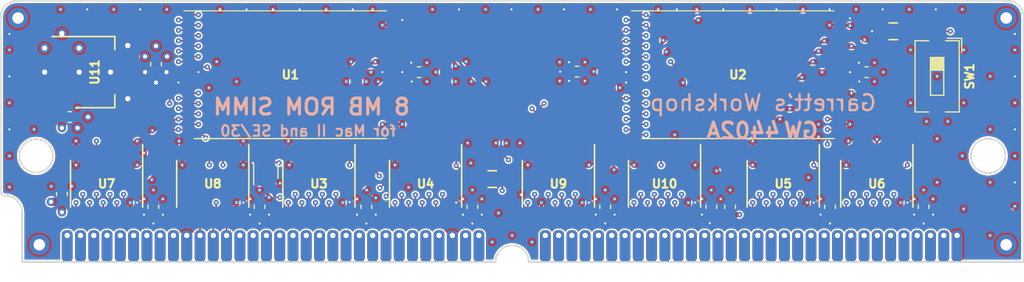
<source format=kicad_pcb>
(kicad_pcb (version 20171130) (host pcbnew "(5.1.5-0-10_14)")
  (layers (0 F.Cu signal) (1 In1.Cu power) (2 In2.Cu signal) (31 B.Cu power) (34 B.Paste user) (35 F.Paste user) (36 B.SilkS user) (37 F.SilkS user) (38 B.Mask user) (39 F.Mask user) (44 Edge.Cuts user))
  (net 0 "")
  (net 1 +5V)
  (net 2 /D0)
  (net 3 /D1)
  (net 4 /~WE~)
  (net 5 /D2)
  (net 6 /D3)
  (net 7 GND)
  (net 8 /D4)
  (net 9 /D5)
  (net 10 /D6)
  (net 11 /A11)
  (net 12 /D7)
  (net 13 /A0)
  (net 14 /A1)
  (net 15 /A2)
  (net 16 /A3)
  (net 17 /A4)
  (net 18 /A5)
  (net 19 /A6)
  (net 20 /A7)
  (net 21 /~CS~)
  (net 22 /~OE~)
  (net 23 /D8)
  (net 24 /D9)
  (net 25 /D10)
  (net 26 /D11)
  (net 27 /D12)
  (net 28 /D13)
  (net 29 /D14)
  (net 30 /D15)
  (net 31 /A8)
  (net 32 /A9)
  (net 33 /A10)
  (net 34 /A12)
  (net 35 /A13)
  (net 36 /A14)
  (net 37 /A15)
  (net 38 /A16)
  (net 39 /A17)
  (net 40 /A18)
  (net 41 /A19)
  (net 42 /A20)
  (net 43 /A21)
  (net 44 /A22)
  (net 45 /D16)
  (net 46 /D17)
  (net 47 /D18)
  (net 48 /D19)
  (net 49 /D20)
  (net 50 /D21)
  (net 51 /D22)
  (net 52 /D23)
  (net 53 /D24)
  (net 54 /D25)
  (net 55 /D26)
  (net 56 /D27)
  (net 57 /D28)
  (net 58 /D29)
  (net 59 /D30)
  (net 60 /D31)
  (net 61 +3V3)
  (net 62 /RD7)
  (net 63 /RD6)
  (net 64 /RD5)
  (net 65 /RD4)
  (net 66 /RD3)
  (net 67 /RD2)
  (net 68 /RD1)
  (net 69 /RD0)
  (net 70 /RD8)
  (net 71 /RD9)
  (net 72 /RD10)
  (net 73 /RD11)
  (net 74 /RD12)
  (net 75 /RD13)
  (net 76 /RD14)
  (net 77 /RD15)
  (net 78 /RD23)
  (net 79 /RD22)
  (net 80 /RD21)
  (net 81 /RD20)
  (net 82 /RD19)
  (net 83 /RD18)
  (net 84 /RD17)
  (net 85 /RD16)
  (net 86 /RD24)
  (net 87 /RD25)
  (net 88 /RD26)
  (net 89 /RD27)
  (net 90 /RD28)
  (net 91 /RD29)
  (net 92 /RD30)
  (net 93 /RD31)
  (net 94 /RA7)
  (net 95 /RA6)
  (net 96 /RA5)
  (net 97 /RA4)
  (net 98 /RA3)
  (net 99 /RA2)
  (net 100 /RA1)
  (net 101 /RA0)
  (net 102 /R~CS~)
  (net 103 /R~OE~)
  (net 104 /R~WE~)
  (net 105 "Net-(U8-Pad5)")
  (net 106 "Net-(U8-Pad7)")
  (net 107 /RA8)
  (net 108 /RA9)
  (net 109 /RA17)
  (net 110 /RA16)
  (net 111 /RA15)
  (net 112 /RA14)
  (net 113 /RA13)
  (net 114 /RA12)
  (net 115 /RA11)
  (net 116 /RA10)
  (net 117 /RA18)
  (net 118 /RA19)
  (net 119 /RA20)
  (net 120 /RA21)
  (net 121 /RA22)
  (net 122 "Net-(U8-Pad8)")
  (net 123 "Net-(U8-Pad9)")
  (net 124 "Net-(U9-Pad7)")
  (net 125 "Net-(U1-Pad15)")
  (net 126 "Net-(U2-Pad15)")
  (net 127 "Net-(U8-Pad3)")
  (net 128 "Net-(J1-Pad63)")
  (net 129 /RA23)
  (net 130 /Ddir)
  (net 131 /DdirR)
  (module stdpads:C_0603 (layer F.Cu) (at 96.5 122.35 90)
    (fp_text reference C7)
    (fp_text value 2u2)
    (pad 2 smd roundrect (at 0.75 0 90) (size 0.85 0.95) (layers F.Cu F.Paste F.Mask) (net 7 GND))
    (pad 1 smd roundrect (at -0.75 0 90) (size 0.85 0.95) (layers F.Cu F.Paste F.Mask) (net 61 +3V3))
  )
  (module Button_Switch_SMD:SW_DIP_SPSTx01_Slide_6.7x4.1mm_W8.61mm_P2.54mm_LowProfile (layer F.Cu) (at 161.29 109.855 270)
    (fp_text reference SW1 (at 0 -3.11 90) (layer F.SilkS) (effects (font (size 0.8128 0.8128) (thickness 0.2032))))
    (fp_text value "ROM Select")
    (pad 2 smd rect (at 4.305 0 270) (size 2.44 1.12) (layers F.Cu F.Paste F.Mask) (net 7 GND))
    (pad 1 smd rect (at -4.305 0 270) (size 2.44 1.12) (layers F.Cu F.Paste F.Mask) (net 129 /RA23))
  )
  (module stdpads:C_0603 (layer F.Cu) (at 86.6 108.7 90)
    (fp_text reference C14)
    (fp_text value 2u2)
    (pad 2 smd roundrect (at 0.75 0 90) (size 0.85 0.95) (layers F.Cu F.Paste F.Mask) (net 7 GND))
    (pad 1 smd roundrect (at -0.75 0 90) (size 0.85 0.95) (layers F.Cu F.Paste F.Mask) (net 61 +3V3))
  )
  (module stdpads:MacIIROMSIMM_Edge (layer F.Cu) (at 120.65 127.635)
    (fp_text reference J1 hide)
    (fp_text value ROM)
    (pad 64 thru_hole roundrect (at 42.545 -2.54) (size 1.0414 3.048) (drill 0.508 (offset 0 1.016)) (layers *.Cu *.Mask) (roundrect_rratio 0.4) (net 7 GND))
    (pad 63 thru_hole roundrect (at 41.275 -2.54) (size 1.0414 3.048) (drill 0.508 (offset 0 1.016)) (layers *.Cu *.Mask) (roundrect_rratio 0.4) (net 128 "Net-(J1-Pad63)"))
    (pad 62 thru_hole roundrect (at 40.005 -2.54) (size 1.0414 3.048) (drill 0.508 (offset 0 1.016)) (layers *.Cu *.Mask) (roundrect_rratio 0.4) (net 60 /D31))
    (pad 61 thru_hole roundrect (at 38.735 -2.54) (size 1.0414 3.048) (drill 0.508 (offset 0 1.016)) (layers *.Cu *.Mask) (roundrect_rratio 0.4) (net 59 /D30))
    (pad 60 thru_hole roundrect (at 37.465 -2.54) (size 1.0414 3.048) (drill 0.508 (offset 0 1.016)) (layers *.Cu *.Mask) (roundrect_rratio 0.4) (net 58 /D29))
    (pad 59 thru_hole roundrect (at 36.195 -2.54) (size 1.0414 3.048) (drill 0.508 (offset 0 1.016)) (layers *.Cu *.Mask) (roundrect_rratio 0.4) (net 57 /D28))
    (pad 58 thru_hole roundrect (at 34.925 -2.54) (size 1.0414 3.048) (drill 0.508 (offset 0 1.016)) (layers *.Cu *.Mask) (roundrect_rratio 0.4) (net 56 /D27))
    (pad 57 thru_hole roundrect (at 33.655 -2.54) (size 1.0414 3.048) (drill 0.508 (offset 0 1.016)) (layers *.Cu *.Mask) (roundrect_rratio 0.4) (net 55 /D26))
    (pad 56 thru_hole roundrect (at 32.385 -2.54) (size 1.0414 3.048) (drill 0.508 (offset 0 1.016)) (layers *.Cu *.Mask) (roundrect_rratio 0.4) (net 54 /D25))
    (pad 55 thru_hole roundrect (at 31.115 -2.54) (size 1.0414 3.048) (drill 0.508 (offset 0 1.016)) (layers *.Cu *.Mask) (roundrect_rratio 0.4) (net 53 /D24))
    (pad 54 thru_hole roundrect (at 29.845 -2.54) (size 1.0414 3.048) (drill 0.508 (offset 0 1.016)) (layers *.Cu *.Mask) (roundrect_rratio 0.4) (net 52 /D23))
    (pad 53 thru_hole roundrect (at 28.575 -2.54) (size 1.0414 3.048) (drill 0.508 (offset 0 1.016)) (layers *.Cu *.Mask) (roundrect_rratio 0.4) (net 51 /D22))
    (pad 52 thru_hole roundrect (at 27.305 -2.54) (size 1.0414 3.048) (drill 0.508 (offset 0 1.016)) (layers *.Cu *.Mask) (roundrect_rratio 0.4) (net 50 /D21))
    (pad 51 thru_hole roundrect (at 26.035 -2.54) (size 1.0414 3.048) (drill 0.508 (offset 0 1.016)) (layers *.Cu *.Mask) (roundrect_rratio 0.4) (net 49 /D20))
    (pad 50 thru_hole roundrect (at 24.765 -2.54) (size 1.0414 3.048) (drill 0.508 (offset 0 1.016)) (layers *.Cu *.Mask) (roundrect_rratio 0.4) (net 48 /D19))
    (pad 49 thru_hole roundrect (at 23.495 -2.54) (size 1.0414 3.048) (drill 0.508 (offset 0 1.016)) (layers *.Cu *.Mask) (roundrect_rratio 0.4) (net 47 /D18))
    (pad 48 thru_hole roundrect (at 22.225 -2.54) (size 1.0414 3.048) (drill 0.508 (offset 0 1.016)) (layers *.Cu *.Mask) (roundrect_rratio 0.4) (net 46 /D17))
    (pad 47 thru_hole roundrect (at 20.955 -2.54) (size 1.0414 3.048) (drill 0.508 (offset 0 1.016)) (layers *.Cu *.Mask) (roundrect_rratio 0.4) (net 45 /D16))
    (pad 46 thru_hole roundrect (at 19.685 -2.54) (size 1.0414 3.048) (drill 0.508 (offset 0 1.016)) (layers *.Cu *.Mask) (roundrect_rratio 0.4) (net 1 +5V))
    (pad 45 thru_hole roundrect (at 18.415 -2.54) (size 1.0414 3.048) (drill 0.508 (offset 0 1.016)) (layers *.Cu *.Mask) (roundrect_rratio 0.4) (net 44 /A22))
    (pad 44 thru_hole roundrect (at 17.145 -2.54) (size 1.0414 3.048) (drill 0.508 (offset 0 1.016)) (layers *.Cu *.Mask) (roundrect_rratio 0.4) (net 43 /A21))
    (pad 43 thru_hole roundrect (at 15.875 -2.54) (size 1.0414 3.048) (drill 0.508 (offset 0 1.016)) (layers *.Cu *.Mask) (roundrect_rratio 0.4) (net 42 /A20))
    (pad 42 thru_hole roundrect (at 14.605 -2.54) (size 1.0414 3.048) (drill 0.508 (offset 0 1.016)) (layers *.Cu *.Mask) (roundrect_rratio 0.4) (net 41 /A19))
    (pad 41 thru_hole roundrect (at 13.335 -2.54) (size 1.0414 3.048) (drill 0.508 (offset 0 1.016)) (layers *.Cu *.Mask) (roundrect_rratio 0.4) (net 40 /A18))
    (pad 40 thru_hole roundrect (at 12.065 -2.54) (size 1.0414 3.048) (drill 0.508 (offset 0 1.016)) (layers *.Cu *.Mask) (roundrect_rratio 0.4) (net 39 /A17))
    (pad 39 thru_hole roundrect (at 10.795 -2.54) (size 1.0414 3.048) (drill 0.508 (offset 0 1.016)) (layers *.Cu *.Mask) (roundrect_rratio 0.4) (net 38 /A16))
    (pad 38 thru_hole roundrect (at 9.525 -2.54) (size 1.0414 3.048) (drill 0.508 (offset 0 1.016)) (layers *.Cu *.Mask) (roundrect_rratio 0.4) (net 37 /A15))
    (pad 37 thru_hole roundrect (at 8.255 -2.54) (size 1.0414 3.048) (drill 0.508 (offset 0 1.016)) (layers *.Cu *.Mask) (roundrect_rratio 0.4) (net 36 /A14))
    (pad 36 thru_hole roundrect (at 6.985 -2.54) (size 1.0414 3.048) (drill 0.508 (offset 0 1.016)) (layers *.Cu *.Mask) (roundrect_rratio 0.4) (net 35 /A13))
    (pad 35 thru_hole roundrect (at 5.715 -2.54) (size 1.0414 3.048) (drill 0.508 (offset 0 1.016)) (layers *.Cu *.Mask) (roundrect_rratio 0.4) (net 34 /A12))
    (pad 34 thru_hole roundrect (at 4.445 -2.54) (size 1.0414 3.048) (drill 0.508 (offset 0 1.016)) (layers *.Cu *.Mask) (roundrect_rratio 0.4) (net 11 /A11))
    (pad 33 thru_hole roundrect (at 3.175 -2.54) (size 1.0414 3.048) (drill 0.508 (offset 0 1.016)) (layers *.Cu *.Mask) (roundrect_rratio 0.4) (net 33 /A10))
    (pad 32 thru_hole roundrect (at -3.175 -2.54) (size 1.0414 3.048) (drill 0.508 (offset 0 1.016)) (layers *.Cu *.Mask) (roundrect_rratio 0.4) (net 32 /A9))
    (pad 31 thru_hole roundrect (at -4.445 -2.54) (size 1.0414 3.048) (drill 0.508 (offset 0 1.016)) (layers *.Cu *.Mask) (roundrect_rratio 0.4) (net 31 /A8))
    (pad 30 thru_hole roundrect (at -5.715 -2.54) (size 1.0414 3.048) (drill 0.508 (offset 0 1.016)) (layers *.Cu *.Mask) (roundrect_rratio 0.4) (net 7 GND))
    (pad 29 thru_hole roundrect (at -6.985 -2.54) (size 1.0414 3.048) (drill 0.508 (offset 0 1.016)) (layers *.Cu *.Mask) (roundrect_rratio 0.4) (net 30 /D15))
    (pad 28 thru_hole roundrect (at -8.255 -2.54) (size 1.0414 3.048) (drill 0.508 (offset 0 1.016)) (layers *.Cu *.Mask) (roundrect_rratio 0.4) (net 29 /D14))
    (pad 27 thru_hole roundrect (at -9.525 -2.54) (size 1.0414 3.048) (drill 0.508 (offset 0 1.016)) (layers *.Cu *.Mask) (roundrect_rratio 0.4) (net 28 /D13))
    (pad 26 thru_hole roundrect (at -10.795 -2.54) (size 1.0414 3.048) (drill 0.508 (offset 0 1.016)) (layers *.Cu *.Mask) (roundrect_rratio 0.4) (net 27 /D12))
    (pad 25 thru_hole roundrect (at -12.065 -2.54) (size 1.0414 3.048) (drill 0.508 (offset 0 1.016)) (layers *.Cu *.Mask) (roundrect_rratio 0.4) (net 26 /D11))
    (pad 24 thru_hole roundrect (at -13.335 -2.54) (size 1.0414 3.048) (drill 0.508 (offset 0 1.016)) (layers *.Cu *.Mask) (roundrect_rratio 0.4) (net 25 /D10))
    (pad 23 thru_hole roundrect (at -14.605 -2.54) (size 1.0414 3.048) (drill 0.508 (offset 0 1.016)) (layers *.Cu *.Mask) (roundrect_rratio 0.4) (net 24 /D9))
    (pad 22 thru_hole roundrect (at -15.875 -2.54) (size 1.0414 3.048) (drill 0.508 (offset 0 1.016)) (layers *.Cu *.Mask) (roundrect_rratio 0.4) (net 23 /D8))
    (pad 21 thru_hole roundrect (at -17.145 -2.54) (size 1.0414 3.048) (drill 0.508 (offset 0 1.016)) (layers *.Cu *.Mask) (roundrect_rratio 0.4) (net 12 /D7))
    (pad 20 thru_hole roundrect (at -18.415 -2.54) (size 1.0414 3.048) (drill 0.508 (offset 0 1.016)) (layers *.Cu *.Mask) (roundrect_rratio 0.4) (net 10 /D6))
    (pad 19 thru_hole roundrect (at -19.685 -2.54) (size 1.0414 3.048) (drill 0.508 (offset 0 1.016)) (layers *.Cu *.Mask) (roundrect_rratio 0.4) (net 9 /D5))
    (pad 18 thru_hole roundrect (at -20.955 -2.54) (size 1.0414 3.048) (drill 0.508 (offset 0 1.016)) (layers *.Cu *.Mask) (roundrect_rratio 0.4) (net 8 /D4))
    (pad 17 thru_hole roundrect (at -22.225 -2.54) (size 1.0414 3.048) (drill 0.508 (offset 0 1.016)) (layers *.Cu *.Mask) (roundrect_rratio 0.4) (net 6 /D3))
    (pad 16 thru_hole roundrect (at -23.495 -2.54) (size 1.0414 3.048) (drill 0.508 (offset 0 1.016)) (layers *.Cu *.Mask) (roundrect_rratio 0.4) (net 5 /D2))
    (pad 15 thru_hole roundrect (at -24.765 -2.54) (size 1.0414 3.048) (drill 0.508 (offset 0 1.016)) (layers *.Cu *.Mask) (roundrect_rratio 0.4) (net 3 /D1))
    (pad 14 thru_hole roundrect (at -26.035 -2.54) (size 1.0414 3.048) (drill 0.508 (offset 0 1.016)) (layers *.Cu *.Mask) (roundrect_rratio 0.4) (net 2 /D0))
    (pad 13 thru_hole roundrect (at -27.305 -2.54) (size 1.0414 3.048) (drill 0.508 (offset 0 1.016)) (layers *.Cu *.Mask) (roundrect_rratio 0.4) (net 4 /~WE~))
    (pad 12 thru_hole roundrect (at -28.575 -2.54) (size 1.0414 3.048) (drill 0.508 (offset 0 1.016)) (layers *.Cu *.Mask) (roundrect_rratio 0.4) (net 22 /~OE~))
    (pad 11 thru_hole roundrect (at -29.845 -2.54) (size 1.0414 3.048) (drill 0.508 (offset 0 1.016)) (layers *.Cu *.Mask) (roundrect_rratio 0.4) (net 21 /~CS~))
    (pad 10 thru_hole roundrect (at -31.115 -2.54) (size 1.0414 3.048) (drill 0.508 (offset 0 1.016)) (layers *.Cu *.Mask) (roundrect_rratio 0.4) (net 7 GND))
    (pad 9 thru_hole roundrect (at -32.385 -2.54) (size 1.0414 3.048) (drill 0.508 (offset 0 1.016)) (layers *.Cu *.Mask) (roundrect_rratio 0.4) (net 20 /A7))
    (pad 8 thru_hole roundrect (at -33.655 -2.54) (size 1.0414 3.048) (drill 0.508 (offset 0 1.016)) (layers *.Cu *.Mask) (roundrect_rratio 0.4) (net 19 /A6))
    (pad 7 thru_hole roundrect (at -34.925 -2.54) (size 1.0414 3.048) (drill 0.508 (offset 0 1.016)) (layers *.Cu *.Mask) (roundrect_rratio 0.4) (net 18 /A5))
    (pad 6 thru_hole roundrect (at -36.195 -2.54) (size 1.0414 3.048) (drill 0.508 (offset 0 1.016)) (layers *.Cu *.Mask) (roundrect_rratio 0.4) (net 17 /A4))
    (pad 5 thru_hole roundrect (at -37.465 -2.54) (size 1.0414 3.048) (drill 0.508 (offset 0 1.016)) (layers *.Cu *.Mask) (roundrect_rratio 0.4) (net 16 /A3))
    (pad 4 thru_hole roundrect (at -38.735 -2.54) (size 1.0414 3.048) (drill 0.508 (offset 0 1.016)) (layers *.Cu *.Mask) (roundrect_rratio 0.4) (net 15 /A2))
    (pad 3 thru_hole roundrect (at -40.005 -2.54) (size 1.0414 3.048) (drill 0.508 (offset 0 1.016)) (layers *.Cu *.Mask) (roundrect_rratio 0.4) (net 14 /A1))
    (pad 2 thru_hole roundrect (at -41.275 -2.54) (size 1.0414 3.048) (drill 0.508 (offset 0 1.016)) (layers *.Cu *.Mask) (roundrect_rratio 0.4) (net 13 /A0))
    (pad 1 thru_hole roundrect (at -42.545 -2.54) (size 1.0414 3.048) (drill 0.508 (offset 0 1.016)) (layers *.Cu *.Mask) (roundrect_rratio 0.4) (net 1 +5V))
  )
  (module stdpads:PasteHole_1.1mm_PTH (layer F.Cu) (at 75.438 125.984)
    (fp_text reference H2)
    (fp_text value " " hide)
    (pad 1 thru_hole circle (at 0 0) (size 2 2) (drill 1.1) (layers *.Cu *.Mask) (net 7 GND))
  )
  (module stdpads:PasteHole_1.1mm_PTH (layer F.Cu) (at 167.894 125.984)
    (fp_text reference H3)
    (fp_text value " " hide)
    (pad 1 thru_hole circle (at 0 0) (size 2 2) (drill 1.1) (layers *.Cu *.Mask) (net 7 GND))
  )
  (module stdpads:TSOP-I-48_18.4x12mm_P0.5mm (layer F.Cu) (at 99.45 109.7)
    (fp_text reference U1)
    (fp_text value MX29LV320)
    (fp_text user %R (at 0 0) (layer F.SilkS) (effects (font (size 0.8128 0.8128) (thickness 0.2032))))
    (pad 1 smd roundrect (at -9.75 -5.75) (size 1.1 0.3) (layers F.Cu F.Paste F.Mask) (net 109 /RA17))
    (pad 25 smd roundrect (at 9.75 5.75) (size 1.1 0.3) (layers F.Cu F.Paste F.Mask) (net 99 /RA2))
    (pad 2 smd roundrect (at -9.75 -5.25) (size 1.1 0.3) (layers F.Cu F.Paste F.Mask) (net 110 /RA16))
    (pad 3 smd roundrect (at -9.75 -4.75) (size 1.1 0.3) (layers F.Cu F.Paste F.Mask) (net 111 /RA15))
    (pad 4 smd roundrect (at -9.75 -4.25) (size 1.1 0.3) (layers F.Cu F.Paste F.Mask) (net 112 /RA14))
    (pad 5 smd roundrect (at -9.75 -3.75) (size 1.1 0.3) (layers F.Cu F.Paste F.Mask) (net 113 /RA13))
    (pad 6 smd roundrect (at -9.75 -3.25) (size 1.1 0.3) (layers F.Cu F.Paste F.Mask) (net 114 /RA12))
    (pad 7 smd roundrect (at -9.75 -2.75) (size 1.1 0.3) (layers F.Cu F.Paste F.Mask) (net 115 /RA11))
    (pad 8 smd roundrect (at -9.75 -2.25) (size 1.1 0.3) (layers F.Cu F.Paste F.Mask) (net 116 /RA10))
    (pad 9 smd roundrect (at -9.75 -1.75) (size 1.1 0.3) (layers F.Cu F.Paste F.Mask) (net 120 /RA21))
    (pad 10 smd roundrect (at -9.75 -1.25) (size 1.1 0.3) (layers F.Cu F.Paste F.Mask) (net 121 /RA22))
    (pad 11 smd roundrect (at -9.75 -0.75) (size 1.1 0.3) (layers F.Cu F.Paste F.Mask) (net 104 /R~WE~))
    (pad 12 smd roundrect (at -9.75 -0.25) (size 1.1 0.3) (layers F.Cu F.Paste F.Mask) (net 61 +3V3))
    (pad 13 smd roundrect (at -9.75 0.25) (size 1.1 0.3) (layers F.Cu F.Paste F.Mask) (net 129 /RA23))
    (pad 14 smd roundrect (at -9.75 0.75) (size 1.1 0.3) (layers F.Cu F.Paste F.Mask) (net 61 +3V3))
    (pad 15 smd roundrect (at -9.75 1.25) (size 1.1 0.3) (layers F.Cu F.Paste F.Mask) (net 125 "Net-(U1-Pad15)"))
    (pad 16 smd roundrect (at -9.75 1.75) (size 1.1 0.3) (layers F.Cu F.Paste F.Mask) (net 119 /RA20))
    (pad 17 smd roundrect (at -9.75 2.25) (size 1.1 0.3) (layers F.Cu F.Paste F.Mask) (net 118 /RA19))
    (pad 18 smd roundrect (at -9.75 2.75) (size 1.1 0.3) (layers F.Cu F.Paste F.Mask) (net 108 /RA9))
    (pad 19 smd roundrect (at -9.75 3.25) (size 1.1 0.3) (layers F.Cu F.Paste F.Mask) (net 107 /RA8))
    (pad 20 smd roundrect (at -9.75 3.75) (size 1.1 0.3) (layers F.Cu F.Paste F.Mask) (net 94 /RA7))
    (pad 21 smd roundrect (at -9.75 4.25) (size 1.1 0.3) (layers F.Cu F.Paste F.Mask) (net 95 /RA6))
    (pad 22 smd roundrect (at -9.75 4.75) (size 1.1 0.3) (layers F.Cu F.Paste F.Mask) (net 96 /RA5))
    (pad 23 smd roundrect (at -9.75 5.25) (size 1.1 0.3) (layers F.Cu F.Paste F.Mask) (net 97 /RA4))
    (pad 24 smd roundrect (at -9.75 5.75) (size 1.1 0.3) (layers F.Cu F.Paste F.Mask) (net 98 /RA3))
    (pad 26 smd roundrect (at 9.75 5.25) (size 1.1 0.3) (layers F.Cu F.Paste F.Mask) (net 102 /R~CS~))
    (pad 27 smd roundrect (at 9.75 4.75) (size 1.1 0.3) (layers F.Cu F.Paste F.Mask) (net 7 GND))
    (pad 28 smd roundrect (at 9.75 4.25) (size 1.1 0.3) (layers F.Cu F.Paste F.Mask) (net 103 /R~OE~))
    (pad 29 smd roundrect (at 9.75 3.75) (size 1.1 0.3) (layers F.Cu F.Paste F.Mask) (net 69 /RD0))
    (pad 30 smd roundrect (at 9.75 3.25) (size 1.1 0.3) (layers F.Cu F.Paste F.Mask) (net 70 /RD8))
    (pad 31 smd roundrect (at 9.75 2.75) (size 1.1 0.3) (layers F.Cu F.Paste F.Mask) (net 68 /RD1))
    (pad 32 smd roundrect (at 9.75 2.25) (size 1.1 0.3) (layers F.Cu F.Paste F.Mask) (net 71 /RD9))
    (pad 33 smd roundrect (at 9.75 1.75) (size 1.1 0.3) (layers F.Cu F.Paste F.Mask) (net 67 /RD2))
    (pad 34 smd roundrect (at 9.75 1.25) (size 1.1 0.3) (layers F.Cu F.Paste F.Mask) (net 72 /RD10))
    (pad 35 smd roundrect (at 9.75 0.75) (size 1.1 0.3) (layers F.Cu F.Paste F.Mask) (net 66 /RD3))
    (pad 36 smd roundrect (at 9.75 0.25) (size 1.1 0.3) (layers F.Cu F.Paste F.Mask) (net 73 /RD11))
    (pad 37 smd roundrect (at 9.75 -0.25) (size 1.1 0.3) (layers F.Cu F.Paste F.Mask) (net 61 +3V3))
    (pad 38 smd roundrect (at 9.75 -0.75) (size 1.1 0.3) (layers F.Cu F.Paste F.Mask) (net 65 /RD4))
    (pad 39 smd roundrect (at 9.75 -1.25) (size 1.1 0.3) (layers F.Cu F.Paste F.Mask) (net 74 /RD12))
    (pad 40 smd roundrect (at 9.75 -1.75) (size 1.1 0.3) (layers F.Cu F.Paste F.Mask) (net 64 /RD5))
    (pad 41 smd roundrect (at 9.75 -2.25) (size 1.1 0.3) (layers F.Cu F.Paste F.Mask) (net 75 /RD13))
    (pad 42 smd roundrect (at 9.75 -2.75) (size 1.1 0.3) (layers F.Cu F.Paste F.Mask) (net 63 /RD6))
    (pad 43 smd roundrect (at 9.75 -3.25) (size 1.1 0.3) (layers F.Cu F.Paste F.Mask) (net 76 /RD14))
    (pad 44 smd roundrect (at 9.75 -3.75) (size 1.1 0.3) (layers F.Cu F.Paste F.Mask) (net 62 /RD7))
    (pad 45 smd roundrect (at 9.75 -4.25) (size 1.1 0.3) (layers F.Cu F.Paste F.Mask) (net 77 /RD15))
    (pad 46 smd roundrect (at 9.75 -4.75) (size 1.1 0.3) (layers F.Cu F.Paste F.Mask) (net 7 GND))
    (pad 47 smd roundrect (at 9.75 -5.25) (size 1.1 0.3) (layers F.Cu F.Paste F.Mask) (net 61 +3V3))
    (pad 48 smd roundrect (at 9.75 -5.75) (size 1.1 0.3) (layers F.Cu F.Paste F.Mask) (net 117 /RA18))
  )
  (module stdpads:TSOP-I-48_18.4x12mm_P0.5mm (layer F.Cu) (at 142.24 109.7)
    (fp_text reference U2)
    (fp_text value MX29LV320)
    (fp_text user %R (at 0 0) (layer F.SilkS) (effects (font (size 0.8128 0.8128) (thickness 0.2032))))
    (pad 1 smd roundrect (at -9.75 -5.75) (size 1.1 0.3) (layers F.Cu F.Paste F.Mask) (net 109 /RA17))
    (pad 25 smd roundrect (at 9.75 5.75) (size 1.1 0.3) (layers F.Cu F.Paste F.Mask) (net 99 /RA2))
    (pad 2 smd roundrect (at -9.75 -5.25) (size 1.1 0.3) (layers F.Cu F.Paste F.Mask) (net 110 /RA16))
    (pad 3 smd roundrect (at -9.75 -4.75) (size 1.1 0.3) (layers F.Cu F.Paste F.Mask) (net 111 /RA15))
    (pad 4 smd roundrect (at -9.75 -4.25) (size 1.1 0.3) (layers F.Cu F.Paste F.Mask) (net 112 /RA14))
    (pad 5 smd roundrect (at -9.75 -3.75) (size 1.1 0.3) (layers F.Cu F.Paste F.Mask) (net 113 /RA13))
    (pad 6 smd roundrect (at -9.75 -3.25) (size 1.1 0.3) (layers F.Cu F.Paste F.Mask) (net 114 /RA12))
    (pad 7 smd roundrect (at -9.75 -2.75) (size 1.1 0.3) (layers F.Cu F.Paste F.Mask) (net 115 /RA11))
    (pad 8 smd roundrect (at -9.75 -2.25) (size 1.1 0.3) (layers F.Cu F.Paste F.Mask) (net 116 /RA10))
    (pad 9 smd roundrect (at -9.75 -1.75) (size 1.1 0.3) (layers F.Cu F.Paste F.Mask) (net 120 /RA21))
    (pad 10 smd roundrect (at -9.75 -1.25) (size 1.1 0.3) (layers F.Cu F.Paste F.Mask) (net 121 /RA22))
    (pad 11 smd roundrect (at -9.75 -0.75) (size 1.1 0.3) (layers F.Cu F.Paste F.Mask) (net 104 /R~WE~))
    (pad 12 smd roundrect (at -9.75 -0.25) (size 1.1 0.3) (layers F.Cu F.Paste F.Mask) (net 61 +3V3))
    (pad 13 smd roundrect (at -9.75 0.25) (size 1.1 0.3) (layers F.Cu F.Paste F.Mask) (net 129 /RA23))
    (pad 14 smd roundrect (at -9.75 0.75) (size 1.1 0.3) (layers F.Cu F.Paste F.Mask) (net 61 +3V3))
    (pad 15 smd roundrect (at -9.75 1.25) (size 1.1 0.3) (layers F.Cu F.Paste F.Mask) (net 126 "Net-(U2-Pad15)"))
    (pad 16 smd roundrect (at -9.75 1.75) (size 1.1 0.3) (layers F.Cu F.Paste F.Mask) (net 119 /RA20))
    (pad 17 smd roundrect (at -9.75 2.25) (size 1.1 0.3) (layers F.Cu F.Paste F.Mask) (net 118 /RA19))
    (pad 18 smd roundrect (at -9.75 2.75) (size 1.1 0.3) (layers F.Cu F.Paste F.Mask) (net 108 /RA9))
    (pad 19 smd roundrect (at -9.75 3.25) (size 1.1 0.3) (layers F.Cu F.Paste F.Mask) (net 107 /RA8))
    (pad 20 smd roundrect (at -9.75 3.75) (size 1.1 0.3) (layers F.Cu F.Paste F.Mask) (net 94 /RA7))
    (pad 21 smd roundrect (at -9.75 4.25) (size 1.1 0.3) (layers F.Cu F.Paste F.Mask) (net 95 /RA6))
    (pad 22 smd roundrect (at -9.75 4.75) (size 1.1 0.3) (layers F.Cu F.Paste F.Mask) (net 96 /RA5))
    (pad 23 smd roundrect (at -9.75 5.25) (size 1.1 0.3) (layers F.Cu F.Paste F.Mask) (net 97 /RA4))
    (pad 24 smd roundrect (at -9.75 5.75) (size 1.1 0.3) (layers F.Cu F.Paste F.Mask) (net 98 /RA3))
    (pad 26 smd roundrect (at 9.75 5.25) (size 1.1 0.3) (layers F.Cu F.Paste F.Mask) (net 102 /R~CS~))
    (pad 27 smd roundrect (at 9.75 4.75) (size 1.1 0.3) (layers F.Cu F.Paste F.Mask) (net 7 GND))
    (pad 28 smd roundrect (at 9.75 4.25) (size 1.1 0.3) (layers F.Cu F.Paste F.Mask) (net 103 /R~OE~))
    (pad 29 smd roundrect (at 9.75 3.75) (size 1.1 0.3) (layers F.Cu F.Paste F.Mask) (net 85 /RD16))
    (pad 30 smd roundrect (at 9.75 3.25) (size 1.1 0.3) (layers F.Cu F.Paste F.Mask) (net 86 /RD24))
    (pad 31 smd roundrect (at 9.75 2.75) (size 1.1 0.3) (layers F.Cu F.Paste F.Mask) (net 84 /RD17))
    (pad 32 smd roundrect (at 9.75 2.25) (size 1.1 0.3) (layers F.Cu F.Paste F.Mask) (net 87 /RD25))
    (pad 33 smd roundrect (at 9.75 1.75) (size 1.1 0.3) (layers F.Cu F.Paste F.Mask) (net 83 /RD18))
    (pad 34 smd roundrect (at 9.75 1.25) (size 1.1 0.3) (layers F.Cu F.Paste F.Mask) (net 88 /RD26))
    (pad 35 smd roundrect (at 9.75 0.75) (size 1.1 0.3) (layers F.Cu F.Paste F.Mask) (net 82 /RD19))
    (pad 36 smd roundrect (at 9.75 0.25) (size 1.1 0.3) (layers F.Cu F.Paste F.Mask) (net 89 /RD27))
    (pad 37 smd roundrect (at 9.75 -0.25) (size 1.1 0.3) (layers F.Cu F.Paste F.Mask) (net 61 +3V3))
    (pad 38 smd roundrect (at 9.75 -0.75) (size 1.1 0.3) (layers F.Cu F.Paste F.Mask) (net 81 /RD20))
    (pad 39 smd roundrect (at 9.75 -1.25) (size 1.1 0.3) (layers F.Cu F.Paste F.Mask) (net 90 /RD28))
    (pad 40 smd roundrect (at 9.75 -1.75) (size 1.1 0.3) (layers F.Cu F.Paste F.Mask) (net 80 /RD21))
    (pad 41 smd roundrect (at 9.75 -2.25) (size 1.1 0.3) (layers F.Cu F.Paste F.Mask) (net 91 /RD29))
    (pad 42 smd roundrect (at 9.75 -2.75) (size 1.1 0.3) (layers F.Cu F.Paste F.Mask) (net 79 /RD22))
    (pad 43 smd roundrect (at 9.75 -3.25) (size 1.1 0.3) (layers F.Cu F.Paste F.Mask) (net 92 /RD30))
    (pad 44 smd roundrect (at 9.75 -3.75) (size 1.1 0.3) (layers F.Cu F.Paste F.Mask) (net 78 /RD23))
    (pad 45 smd roundrect (at 9.75 -4.25) (size 1.1 0.3) (layers F.Cu F.Paste F.Mask) (net 93 /RD31))
    (pad 46 smd roundrect (at 9.75 -4.75) (size 1.1 0.3) (layers F.Cu F.Paste F.Mask) (net 7 GND))
    (pad 47 smd roundrect (at 9.75 -5.25) (size 1.1 0.3) (layers F.Cu F.Paste F.Mask) (net 61 +3V3))
    (pad 48 smd roundrect (at 9.75 -5.75) (size 1.1 0.3) (layers F.Cu F.Paste F.Mask) (net 117 /RA18))
  )
  (module stdpads:TSSOP-20_4.4x6.5mm_P0.65mm (layer F.Cu) (at 102.175 120.15 270)
    (fp_text reference U3)
    (fp_text value 74AHC245)
    (fp_text user %R (at 0 0) (layer F.SilkS) (effects (font (size 0.8128 0.8128) (thickness 0.2032))))
    (pad 1 smd roundrect (at -2.95 -2.925 270) (size 1.45 0.45) (layers F.Cu F.Paste F.Mask) (net 130 /Ddir))
    (pad 2 smd roundrect (at -2.95 -2.275 270) (size 1.45 0.45) (layers F.Cu F.Paste F.Mask) (net 62 /RD7))
    (pad 3 smd roundrect (at -2.95 -1.625 270) (size 1.45 0.45) (layers F.Cu F.Paste F.Mask) (net 63 /RD6))
    (pad 4 smd roundrect (at -2.95 -0.975 270) (size 1.45 0.45) (layers F.Cu F.Paste F.Mask) (net 64 /RD5))
    (pad 5 smd roundrect (at -2.95 -0.325 270) (size 1.45 0.45) (layers F.Cu F.Paste F.Mask) (net 65 /RD4))
    (pad 6 smd roundrect (at -2.95 0.325 270) (size 1.45 0.45) (layers F.Cu F.Paste F.Mask) (net 66 /RD3))
    (pad 7 smd roundrect (at -2.95 0.975 270) (size 1.45 0.45) (layers F.Cu F.Paste F.Mask) (net 67 /RD2))
    (pad 8 smd roundrect (at -2.95 1.625 270) (size 1.45 0.45) (layers F.Cu F.Paste F.Mask) (net 68 /RD1))
    (pad 9 smd roundrect (at -2.95 2.275 270) (size 1.45 0.45) (layers F.Cu F.Paste F.Mask) (net 69 /RD0))
    (pad 10 smd roundrect (at -2.95 2.925 270) (size 1.45 0.45) (layers F.Cu F.Paste F.Mask) (net 7 GND))
    (pad 11 smd roundrect (at 2.95 2.925 270) (size 1.45 0.45) (layers F.Cu F.Paste F.Mask) (net 2 /D0))
    (pad 12 smd roundrect (at 2.95 2.275 270) (size 1.45 0.45) (layers F.Cu F.Paste F.Mask) (net 3 /D1))
    (pad 13 smd roundrect (at 2.95 1.625 270) (size 1.45 0.45) (layers F.Cu F.Paste F.Mask) (net 5 /D2))
    (pad 14 smd roundrect (at 2.95 0.975 270) (size 1.45 0.45) (layers F.Cu F.Paste F.Mask) (net 6 /D3))
    (pad 15 smd roundrect (at 2.95 0.325 270) (size 1.45 0.45) (layers F.Cu F.Paste F.Mask) (net 8 /D4))
    (pad 16 smd roundrect (at 2.95 -0.325 270) (size 1.45 0.45) (layers F.Cu F.Paste F.Mask) (net 9 /D5))
    (pad 17 smd roundrect (at 2.95 -0.975 270) (size 1.45 0.45) (layers F.Cu F.Paste F.Mask) (net 10 /D6))
    (pad 18 smd roundrect (at 2.95 -1.625 270) (size 1.45 0.45) (layers F.Cu F.Paste F.Mask) (net 12 /D7))
    (pad 19 smd roundrect (at 2.95 -2.275 270) (size 1.45 0.45) (layers F.Cu F.Paste F.Mask) (net 7 GND))
    (pad 20 smd roundrect (at 2.95 -2.925 270) (size 1.45 0.45) (layers F.Cu F.Paste F.Mask) (net 61 +3V3))
  )
  (module stdpads:TSSOP-20_4.4x6.5mm_P0.65mm (layer F.Cu) (at 146.575 120.15 270)
    (fp_text reference U5)
    (fp_text value 74AHC245)
    (fp_text user %R (at 0 0) (layer F.SilkS) (effects (font (size 0.8128 0.8128) (thickness 0.2032))))
    (pad 1 smd roundrect (at -2.95 -2.925 270) (size 1.45 0.45) (layers F.Cu F.Paste F.Mask) (net 131 /DdirR))
    (pad 2 smd roundrect (at -2.95 -2.275 270) (size 1.45 0.45) (layers F.Cu F.Paste F.Mask) (net 78 /RD23))
    (pad 3 smd roundrect (at -2.95 -1.625 270) (size 1.45 0.45) (layers F.Cu F.Paste F.Mask) (net 79 /RD22))
    (pad 4 smd roundrect (at -2.95 -0.975 270) (size 1.45 0.45) (layers F.Cu F.Paste F.Mask) (net 80 /RD21))
    (pad 5 smd roundrect (at -2.95 -0.325 270) (size 1.45 0.45) (layers F.Cu F.Paste F.Mask) (net 81 /RD20))
    (pad 6 smd roundrect (at -2.95 0.325 270) (size 1.45 0.45) (layers F.Cu F.Paste F.Mask) (net 82 /RD19))
    (pad 7 smd roundrect (at -2.95 0.975 270) (size 1.45 0.45) (layers F.Cu F.Paste F.Mask) (net 83 /RD18))
    (pad 8 smd roundrect (at -2.95 1.625 270) (size 1.45 0.45) (layers F.Cu F.Paste F.Mask) (net 84 /RD17))
    (pad 9 smd roundrect (at -2.95 2.275 270) (size 1.45 0.45) (layers F.Cu F.Paste F.Mask) (net 85 /RD16))
    (pad 10 smd roundrect (at -2.95 2.925 270) (size 1.45 0.45) (layers F.Cu F.Paste F.Mask) (net 7 GND))
    (pad 11 smd roundrect (at 2.95 2.925 270) (size 1.45 0.45) (layers F.Cu F.Paste F.Mask) (net 45 /D16))
    (pad 12 smd roundrect (at 2.95 2.275 270) (size 1.45 0.45) (layers F.Cu F.Paste F.Mask) (net 46 /D17))
    (pad 13 smd roundrect (at 2.95 1.625 270) (size 1.45 0.45) (layers F.Cu F.Paste F.Mask) (net 47 /D18))
    (pad 14 smd roundrect (at 2.95 0.975 270) (size 1.45 0.45) (layers F.Cu F.Paste F.Mask) (net 48 /D19))
    (pad 15 smd roundrect (at 2.95 0.325 270) (size 1.45 0.45) (layers F.Cu F.Paste F.Mask) (net 49 /D20))
    (pad 16 smd roundrect (at 2.95 -0.325 270) (size 1.45 0.45) (layers F.Cu F.Paste F.Mask) (net 50 /D21))
    (pad 17 smd roundrect (at 2.95 -0.975 270) (size 1.45 0.45) (layers F.Cu F.Paste F.Mask) (net 51 /D22))
    (pad 18 smd roundrect (at 2.95 -1.625 270) (size 1.45 0.45) (layers F.Cu F.Paste F.Mask) (net 52 /D23))
    (pad 19 smd roundrect (at 2.95 -2.275 270) (size 1.45 0.45) (layers F.Cu F.Paste F.Mask) (net 7 GND))
    (pad 20 smd roundrect (at 2.95 -2.925 270) (size 1.45 0.45) (layers F.Cu F.Paste F.Mask) (net 61 +3V3))
  )
  (module stdpads:C_0603 (layer F.Cu) (at 77.6 121.123 90)
    (fp_text reference C1)
    (fp_text value 2u2)
    (pad 2 smd roundrect (at 0.75 0 90) (size 0.85 0.95) (layers F.Cu F.Paste F.Mask) (net 7 GND))
    (pad 1 smd roundrect (at -0.75 0 90) (size 0.85 0.95) (layers F.Cu F.Paste F.Mask) (net 1 +5V))
  )
  (module stdpads:C_0603 (layer F.Cu) (at 141.5 122.35 90)
    (fp_text reference C2)
    (fp_text value 2u2)
    (pad 2 smd roundrect (at 0.75 0 90) (size 0.85 0.95) (layers F.Cu F.Paste F.Mask) (net 7 GND))
    (pad 1 smd roundrect (at -0.75 0 90) (size 0.85 0.95) (layers F.Cu F.Paste F.Mask) (net 1 +5V))
  )
  (module stdpads:C_0603 (layer F.Cu) (at 78.35 113.75)
    (fp_text reference C3)
    (fp_text value 2u2)
    (pad 2 smd roundrect (at 0.75 0) (size 0.85 0.95) (layers F.Cu F.Paste F.Mask) (net 7 GND))
    (pad 1 smd roundrect (at -0.75 0) (size 0.85 0.95) (layers F.Cu F.Paste F.Mask) (net 1 +5V))
  )
  (module stdpads:C_0603 (layer F.Cu) (at 111.75 109.45)
    (fp_text reference C4)
    (fp_text value 2u2)
    (pad 2 smd roundrect (at 0.75 0) (size 0.85 0.95) (layers F.Cu F.Paste F.Mask) (net 7 GND))
    (pad 1 smd roundrect (at -0.75 0) (size 0.85 0.95) (layers F.Cu F.Paste F.Mask) (net 61 +3V3))
  )
  (module stdpads:C_0603 (layer F.Cu) (at 154.55 109.45)
    (fp_text reference C5)
    (fp_text value 2u2)
    (pad 2 smd roundrect (at 0.75 0) (size 0.85 0.95) (layers F.Cu F.Paste F.Mask) (net 7 GND))
    (pad 1 smd roundrect (at -0.75 0) (size 0.85 0.95) (layers F.Cu F.Paste F.Mask) (net 61 +3V3))
  )
  (module stdpads:C_0603 (layer F.Cu) (at 86.35 122.35 90)
    (fp_text reference C6)
    (fp_text value 2u2)
    (pad 2 smd roundrect (at 0.75 0 90) (size 0.85 0.95) (layers F.Cu F.Paste F.Mask) (net 7 GND))
    (pad 1 smd roundrect (at -0.75 0 90) (size 0.85 0.95) (layers F.Cu F.Paste F.Mask) (net 61 +3V3))
  )
  (module stdpads:C_0603 (layer F.Cu) (at 116.85 122.35 90)
    (fp_text reference C9)
    (fp_text value 2u2)
    (pad 2 smd roundrect (at 0.75 0 90) (size 0.85 0.95) (layers F.Cu F.Paste F.Mask) (net 7 GND))
    (pad 1 smd roundrect (at -0.75 0 90) (size 0.85 0.95) (layers F.Cu F.Paste F.Mask) (net 61 +3V3))
  )
  (module stdpads:C_0603 (layer F.Cu) (at 129.55 122.35 90)
    (fp_text reference C10)
    (fp_text value 2u2)
    (pad 2 smd roundrect (at 0.75 0 90) (size 0.85 0.95) (layers F.Cu F.Paste F.Mask) (net 7 GND))
    (pad 1 smd roundrect (at -0.75 0 90) (size 0.85 0.95) (layers F.Cu F.Paste F.Mask) (net 61 +3V3))
  )
  (module stdpads:C_0603 (layer F.Cu) (at 139.7 122.35 90)
    (fp_text reference C11)
    (fp_text value 2u2)
    (pad 2 smd roundrect (at 0.75 0 90) (size 0.85 0.95) (layers F.Cu F.Paste F.Mask) (net 7 GND))
    (pad 1 smd roundrect (at -0.75 0 90) (size 0.85 0.95) (layers F.Cu F.Paste F.Mask) (net 61 +3V3))
  )
  (module stdpads:C_0603 (layer F.Cu) (at 151.05 122.35 90)
    (fp_text reference C12)
    (fp_text value 2u2)
    (pad 2 smd roundrect (at 0.75 0 90) (size 0.85 0.95) (layers F.Cu F.Paste F.Mask) (net 7 GND))
    (pad 1 smd roundrect (at -0.75 0 90) (size 0.85 0.95) (layers F.Cu F.Paste F.Mask) (net 61 +3V3))
  )
  (module stdpads:C_0603 (layer F.Cu) (at 160 122.35 90)
    (fp_text reference C13)
    (fp_text value 2u2)
    (pad 2 smd roundrect (at 0.75 0 90) (size 0.85 0.95) (layers F.Cu F.Paste F.Mask) (net 7 GND))
    (pad 1 smd roundrect (at -0.75 0 90) (size 0.85 0.95) (layers F.Cu F.Paste F.Mask) (net 61 +3V3))
  )
  (module stdpads:TSSOP-20_4.4x6.5mm_P0.65mm (layer F.Cu) (at 112.375 120.15 270)
    (fp_text reference U4)
    (fp_text value 74AHC245)
    (fp_text user %R (at 0 0) (layer F.SilkS) (effects (font (size 0.8128 0.8128) (thickness 0.2032))))
    (pad 1 smd roundrect (at -2.95 -2.925 270) (size 1.45 0.45) (layers F.Cu F.Paste F.Mask) (net 130 /Ddir))
    (pad 2 smd roundrect (at -2.95 -2.275 270) (size 1.45 0.45) (layers F.Cu F.Paste F.Mask) (net 77 /RD15))
    (pad 3 smd roundrect (at -2.95 -1.625 270) (size 1.45 0.45) (layers F.Cu F.Paste F.Mask) (net 76 /RD14))
    (pad 4 smd roundrect (at -2.95 -0.975 270) (size 1.45 0.45) (layers F.Cu F.Paste F.Mask) (net 75 /RD13))
    (pad 5 smd roundrect (at -2.95 -0.325 270) (size 1.45 0.45) (layers F.Cu F.Paste F.Mask) (net 74 /RD12))
    (pad 6 smd roundrect (at -2.95 0.325 270) (size 1.45 0.45) (layers F.Cu F.Paste F.Mask) (net 73 /RD11))
    (pad 7 smd roundrect (at -2.95 0.975 270) (size 1.45 0.45) (layers F.Cu F.Paste F.Mask) (net 72 /RD10))
    (pad 8 smd roundrect (at -2.95 1.625 270) (size 1.45 0.45) (layers F.Cu F.Paste F.Mask) (net 71 /RD9))
    (pad 9 smd roundrect (at -2.95 2.275 270) (size 1.45 0.45) (layers F.Cu F.Paste F.Mask) (net 70 /RD8))
    (pad 10 smd roundrect (at -2.95 2.925 270) (size 1.45 0.45) (layers F.Cu F.Paste F.Mask) (net 7 GND))
    (pad 11 smd roundrect (at 2.95 2.925 270) (size 1.45 0.45) (layers F.Cu F.Paste F.Mask) (net 23 /D8))
    (pad 12 smd roundrect (at 2.95 2.275 270) (size 1.45 0.45) (layers F.Cu F.Paste F.Mask) (net 24 /D9))
    (pad 13 smd roundrect (at 2.95 1.625 270) (size 1.45 0.45) (layers F.Cu F.Paste F.Mask) (net 25 /D10))
    (pad 14 smd roundrect (at 2.95 0.975 270) (size 1.45 0.45) (layers F.Cu F.Paste F.Mask) (net 26 /D11))
    (pad 15 smd roundrect (at 2.95 0.325 270) (size 1.45 0.45) (layers F.Cu F.Paste F.Mask) (net 27 /D12))
    (pad 16 smd roundrect (at 2.95 -0.325 270) (size 1.45 0.45) (layers F.Cu F.Paste F.Mask) (net 28 /D13))
    (pad 17 smd roundrect (at 2.95 -0.975 270) (size 1.45 0.45) (layers F.Cu F.Paste F.Mask) (net 29 /D14))
    (pad 18 smd roundrect (at 2.95 -1.625 270) (size 1.45 0.45) (layers F.Cu F.Paste F.Mask) (net 30 /D15))
    (pad 19 smd roundrect (at 2.95 -2.275 270) (size 1.45 0.45) (layers F.Cu F.Paste F.Mask) (net 7 GND))
    (pad 20 smd roundrect (at 2.95 -2.925 270) (size 1.45 0.45) (layers F.Cu F.Paste F.Mask) (net 61 +3V3))
  )
  (module stdpads:TSSOP-20_4.4x6.5mm_P0.65mm (layer F.Cu) (at 155.525 120.15 270)
    (fp_text reference U6)
    (fp_text value 74AHC245)
    (fp_text user %R (at 0 0) (layer F.SilkS) (effects (font (size 0.8128 0.8128) (thickness 0.2032))))
    (pad 1 smd roundrect (at -2.95 -2.925 270) (size 1.45 0.45) (layers F.Cu F.Paste F.Mask) (net 131 /DdirR))
    (pad 2 smd roundrect (at -2.95 -2.275 270) (size 1.45 0.45) (layers F.Cu F.Paste F.Mask) (net 93 /RD31))
    (pad 3 smd roundrect (at -2.95 -1.625 270) (size 1.45 0.45) (layers F.Cu F.Paste F.Mask) (net 92 /RD30))
    (pad 4 smd roundrect (at -2.95 -0.975 270) (size 1.45 0.45) (layers F.Cu F.Paste F.Mask) (net 91 /RD29))
    (pad 5 smd roundrect (at -2.95 -0.325 270) (size 1.45 0.45) (layers F.Cu F.Paste F.Mask) (net 90 /RD28))
    (pad 6 smd roundrect (at -2.95 0.325 270) (size 1.45 0.45) (layers F.Cu F.Paste F.Mask) (net 89 /RD27))
    (pad 7 smd roundrect (at -2.95 0.975 270) (size 1.45 0.45) (layers F.Cu F.Paste F.Mask) (net 88 /RD26))
    (pad 8 smd roundrect (at -2.95 1.625 270) (size 1.45 0.45) (layers F.Cu F.Paste F.Mask) (net 87 /RD25))
    (pad 9 smd roundrect (at -2.95 2.275 270) (size 1.45 0.45) (layers F.Cu F.Paste F.Mask) (net 86 /RD24))
    (pad 10 smd roundrect (at -2.95 2.925 270) (size 1.45 0.45) (layers F.Cu F.Paste F.Mask) (net 7 GND))
    (pad 11 smd roundrect (at 2.95 2.925 270) (size 1.45 0.45) (layers F.Cu F.Paste F.Mask) (net 53 /D24))
    (pad 12 smd roundrect (at 2.95 2.275 270) (size 1.45 0.45) (layers F.Cu F.Paste F.Mask) (net 54 /D25))
    (pad 13 smd roundrect (at 2.95 1.625 270) (size 1.45 0.45) (layers F.Cu F.Paste F.Mask) (net 55 /D26))
    (pad 14 smd roundrect (at 2.95 0.975 270) (size 1.45 0.45) (layers F.Cu F.Paste F.Mask) (net 56 /D27))
    (pad 15 smd roundrect (at 2.95 0.325 270) (size 1.45 0.45) (layers F.Cu F.Paste F.Mask) (net 57 /D28))
    (pad 16 smd roundrect (at 2.95 -0.325 270) (size 1.45 0.45) (layers F.Cu F.Paste F.Mask) (net 58 /D29))
    (pad 17 smd roundrect (at 2.95 -0.975 270) (size 1.45 0.45) (layers F.Cu F.Paste F.Mask) (net 59 /D30))
    (pad 18 smd roundrect (at 2.95 -1.625 270) (size 1.45 0.45) (layers F.Cu F.Paste F.Mask) (net 60 /D31))
    (pad 19 smd roundrect (at 2.95 -2.275 270) (size 1.45 0.45) (layers F.Cu F.Paste F.Mask) (net 7 GND))
    (pad 20 smd roundrect (at 2.95 -2.925 270) (size 1.45 0.45) (layers F.Cu F.Paste F.Mask) (net 61 +3V3))
  )
  (module stdpads:TSSOP-20_4.4x6.5mm_P0.65mm (layer F.Cu) (at 81.875 120.15 270)
    (fp_text reference U7)
    (fp_text value 74AHC245)
    (fp_text user %R (at 0 0) (layer F.SilkS) (effects (font (size 0.8128 0.8128) (thickness 0.2032))))
    (pad 1 smd roundrect (at -2.95 -2.925 270) (size 1.45 0.45) (layers F.Cu F.Paste F.Mask) (net 7 GND))
    (pad 2 smd roundrect (at -2.95 -2.275 270) (size 1.45 0.45) (layers F.Cu F.Paste F.Mask) (net 94 /RA7))
    (pad 3 smd roundrect (at -2.95 -1.625 270) (size 1.45 0.45) (layers F.Cu F.Paste F.Mask) (net 95 /RA6))
    (pad 4 smd roundrect (at -2.95 -0.975 270) (size 1.45 0.45) (layers F.Cu F.Paste F.Mask) (net 96 /RA5))
    (pad 5 smd roundrect (at -2.95 -0.325 270) (size 1.45 0.45) (layers F.Cu F.Paste F.Mask) (net 97 /RA4))
    (pad 6 smd roundrect (at -2.95 0.325 270) (size 1.45 0.45) (layers F.Cu F.Paste F.Mask) (net 98 /RA3))
    (pad 7 smd roundrect (at -2.95 0.975 270) (size 1.45 0.45) (layers F.Cu F.Paste F.Mask) (net 99 /RA2))
    (pad 8 smd roundrect (at -2.95 1.625 270) (size 1.45 0.45) (layers F.Cu F.Paste F.Mask) (net 100 /RA1))
    (pad 9 smd roundrect (at -2.95 2.275 270) (size 1.45 0.45) (layers F.Cu F.Paste F.Mask) (net 101 /RA0))
    (pad 10 smd roundrect (at -2.95 2.925 270) (size 1.45 0.45) (layers F.Cu F.Paste F.Mask) (net 7 GND))
    (pad 11 smd roundrect (at 2.95 2.925 270) (size 1.45 0.45) (layers F.Cu F.Paste F.Mask) (net 13 /A0))
    (pad 12 smd roundrect (at 2.95 2.275 270) (size 1.45 0.45) (layers F.Cu F.Paste F.Mask) (net 14 /A1))
    (pad 13 smd roundrect (at 2.95 1.625 270) (size 1.45 0.45) (layers F.Cu F.Paste F.Mask) (net 15 /A2))
    (pad 14 smd roundrect (at 2.95 0.975 270) (size 1.45 0.45) (layers F.Cu F.Paste F.Mask) (net 16 /A3))
    (pad 15 smd roundrect (at 2.95 0.325 270) (size 1.45 0.45) (layers F.Cu F.Paste F.Mask) (net 17 /A4))
    (pad 16 smd roundrect (at 2.95 -0.325 270) (size 1.45 0.45) (layers F.Cu F.Paste F.Mask) (net 18 /A5))
    (pad 17 smd roundrect (at 2.95 -0.975 270) (size 1.45 0.45) (layers F.Cu F.Paste F.Mask) (net 19 /A6))
    (pad 18 smd roundrect (at 2.95 -1.625 270) (size 1.45 0.45) (layers F.Cu F.Paste F.Mask) (net 20 /A7))
    (pad 19 smd roundrect (at 2.95 -2.275 270) (size 1.45 0.45) (layers F.Cu F.Paste F.Mask) (net 7 GND))
    (pad 20 smd roundrect (at 2.95 -2.925 270) (size 1.45 0.45) (layers F.Cu F.Paste F.Mask) (net 61 +3V3))
  )
  (module stdpads:TSSOP-20_4.4x6.5mm_P0.65mm (layer F.Cu) (at 92.025 120.15 270)
    (fp_text reference U8)
    (fp_text value 74AHC245)
    (fp_text user %R (at 0 0) (layer F.SilkS) (effects (font (size 0.8128 0.8128) (thickness 0.2032))))
    (pad 1 smd roundrect (at -2.95 -2.925 270) (size 1.45 0.45) (layers F.Cu F.Paste F.Mask) (net 7 GND))
    (pad 2 smd roundrect (at -2.95 -2.275 270) (size 1.45 0.45) (layers F.Cu F.Paste F.Mask) (net 104 /R~WE~))
    (pad 3 smd roundrect (at -2.95 -1.625 270) (size 1.45 0.45) (layers F.Cu F.Paste F.Mask) (net 127 "Net-(U8-Pad3)"))
    (pad 4 smd roundrect (at -2.95 -0.975 270) (size 1.45 0.45) (layers F.Cu F.Paste F.Mask) (net 103 /R~OE~))
    (pad 5 smd roundrect (at -2.95 -0.325 270) (size 1.45 0.45) (layers F.Cu F.Paste F.Mask) (net 105 "Net-(U8-Pad5)"))
    (pad 6 smd roundrect (at -2.95 0.325 270) (size 1.45 0.45) (layers F.Cu F.Paste F.Mask) (net 102 /R~CS~))
    (pad 7 smd roundrect (at -2.95 0.975 270) (size 1.45 0.45) (layers F.Cu F.Paste F.Mask) (net 106 "Net-(U8-Pad7)"))
    (pad 8 smd roundrect (at -2.95 1.625 270) (size 1.45 0.45) (layers F.Cu F.Paste F.Mask) (net 122 "Net-(U8-Pad8)"))
    (pad 9 smd roundrect (at -2.95 2.275 270) (size 1.45 0.45) (layers F.Cu F.Paste F.Mask) (net 123 "Net-(U8-Pad9)"))
    (pad 10 smd roundrect (at -2.95 2.925 270) (size 1.45 0.45) (layers F.Cu F.Paste F.Mask) (net 7 GND))
    (pad 11 smd roundrect (at 2.95 2.925 270) (size 1.45 0.45) (layers F.Cu F.Paste F.Mask) (net 7 GND))
    (pad 12 smd roundrect (at 2.95 2.275 270) (size 1.45 0.45) (layers F.Cu F.Paste F.Mask) (net 7 GND))
    (pad 13 smd roundrect (at 2.95 1.625 270) (size 1.45 0.45) (layers F.Cu F.Paste F.Mask) (net 7 GND))
    (pad 14 smd roundrect (at 2.95 0.975 270) (size 1.45 0.45) (layers F.Cu F.Paste F.Mask) (net 21 /~CS~))
    (pad 15 smd roundrect (at 2.95 0.325 270) (size 1.45 0.45) (layers F.Cu F.Paste F.Mask) (net 7 GND))
    (pad 16 smd roundrect (at 2.95 -0.325 270) (size 1.45 0.45) (layers F.Cu F.Paste F.Mask) (net 22 /~OE~))
    (pad 17 smd roundrect (at 2.95 -0.975 270) (size 1.45 0.45) (layers F.Cu F.Paste F.Mask) (net 7 GND))
    (pad 18 smd roundrect (at 2.95 -1.625 270) (size 1.45 0.45) (layers F.Cu F.Paste F.Mask) (net 4 /~WE~))
    (pad 19 smd roundrect (at 2.95 -2.275 270) (size 1.45 0.45) (layers F.Cu F.Paste F.Mask) (net 7 GND))
    (pad 20 smd roundrect (at 2.95 -2.925 270) (size 1.45 0.45) (layers F.Cu F.Paste F.Mask) (net 61 +3V3))
  )
  (module stdpads:TSSOP-20_4.4x6.5mm_P0.65mm (layer F.Cu) (at 125.075 120.15 270)
    (fp_text reference U9)
    (fp_text value 74AHC245)
    (fp_text user %R (at 0 0) (layer F.SilkS) (effects (font (size 0.8128 0.8128) (thickness 0.2032))))
    (pad 1 smd roundrect (at -2.95 -2.925 270) (size 1.45 0.45) (layers F.Cu F.Paste F.Mask) (net 7 GND))
    (pad 2 smd roundrect (at -2.95 -2.275 270) (size 1.45 0.45) (layers F.Cu F.Paste F.Mask) (net 112 /RA14))
    (pad 3 smd roundrect (at -2.95 -1.625 270) (size 1.45 0.45) (layers F.Cu F.Paste F.Mask) (net 113 /RA13))
    (pad 4 smd roundrect (at -2.95 -0.975 270) (size 1.45 0.45) (layers F.Cu F.Paste F.Mask) (net 114 /RA12))
    (pad 5 smd roundrect (at -2.95 -0.325 270) (size 1.45 0.45) (layers F.Cu F.Paste F.Mask) (net 115 /RA11))
    (pad 6 smd roundrect (at -2.95 0.325 270) (size 1.45 0.45) (layers F.Cu F.Paste F.Mask) (net 116 /RA10))
    (pad 7 smd roundrect (at -2.95 0.975 270) (size 1.45 0.45) (layers F.Cu F.Paste F.Mask) (net 124 "Net-(U9-Pad7)"))
    (pad 8 smd roundrect (at -2.95 1.625 270) (size 1.45 0.45) (layers F.Cu F.Paste F.Mask) (net 108 /RA9))
    (pad 9 smd roundrect (at -2.95 2.275 270) (size 1.45 0.45) (layers F.Cu F.Paste F.Mask) (net 107 /RA8))
    (pad 10 smd roundrect (at -2.95 2.925 270) (size 1.45 0.45) (layers F.Cu F.Paste F.Mask) (net 7 GND))
    (pad 11 smd roundrect (at 2.95 2.925 270) (size 1.45 0.45) (layers F.Cu F.Paste F.Mask) (net 31 /A8))
    (pad 12 smd roundrect (at 2.95 2.275 270) (size 1.45 0.45) (layers F.Cu F.Paste F.Mask) (net 32 /A9))
    (pad 13 smd roundrect (at 2.95 1.625 270) (size 1.45 0.45) (layers F.Cu F.Paste F.Mask) (net 7 GND))
    (pad 14 smd roundrect (at 2.95 0.975 270) (size 1.45 0.45) (layers F.Cu F.Paste F.Mask) (net 33 /A10))
    (pad 15 smd roundrect (at 2.95 0.325 270) (size 1.45 0.45) (layers F.Cu F.Paste F.Mask) (net 11 /A11))
    (pad 16 smd roundrect (at 2.95 -0.325 270) (size 1.45 0.45) (layers F.Cu F.Paste F.Mask) (net 34 /A12))
    (pad 17 smd roundrect (at 2.95 -0.975 270) (size 1.45 0.45) (layers F.Cu F.Paste F.Mask) (net 35 /A13))
    (pad 18 smd roundrect (at 2.95 -1.625 270) (size 1.45 0.45) (layers F.Cu F.Paste F.Mask) (net 36 /A14))
    (pad 19 smd roundrect (at 2.95 -2.275 270) (size 1.45 0.45) (layers F.Cu F.Paste F.Mask) (net 7 GND))
    (pad 20 smd roundrect (at 2.95 -2.925 270) (size 1.45 0.45) (layers F.Cu F.Paste F.Mask) (net 61 +3V3))
  )
  (module stdpads:TSSOP-20_4.4x6.5mm_P0.65mm (layer F.Cu) (at 135.225 120.15 270)
    (fp_text reference U10)
    (fp_text value 74AHC245)
    (fp_text user %R (at 0 0) (layer F.SilkS) (effects (font (size 0.8128 0.8128) (thickness 0.2032))))
    (pad 1 smd roundrect (at -2.95 -2.925 270) (size 1.45 0.45) (layers F.Cu F.Paste F.Mask) (net 7 GND))
    (pad 2 smd roundrect (at -2.95 -2.275 270) (size 1.45 0.45) (layers F.Cu F.Paste F.Mask) (net 121 /RA22))
    (pad 3 smd roundrect (at -2.95 -1.625 270) (size 1.45 0.45) (layers F.Cu F.Paste F.Mask) (net 120 /RA21))
    (pad 4 smd roundrect (at -2.95 -0.975 270) (size 1.45 0.45) (layers F.Cu F.Paste F.Mask) (net 119 /RA20))
    (pad 5 smd roundrect (at -2.95 -0.325 270) (size 1.45 0.45) (layers F.Cu F.Paste F.Mask) (net 118 /RA19))
    (pad 6 smd roundrect (at -2.95 0.325 270) (size 1.45 0.45) (layers F.Cu F.Paste F.Mask) (net 117 /RA18))
    (pad 7 smd roundrect (at -2.95 0.975 270) (size 1.45 0.45) (layers F.Cu F.Paste F.Mask) (net 109 /RA17))
    (pad 8 smd roundrect (at -2.95 1.625 270) (size 1.45 0.45) (layers F.Cu F.Paste F.Mask) (net 110 /RA16))
    (pad 9 smd roundrect (at -2.95 2.275 270) (size 1.45 0.45) (layers F.Cu F.Paste F.Mask) (net 111 /RA15))
    (pad 10 smd roundrect (at -2.95 2.925 270) (size 1.45 0.45) (layers F.Cu F.Paste F.Mask) (net 7 GND))
    (pad 11 smd roundrect (at 2.95 2.925 270) (size 1.45 0.45) (layers F.Cu F.Paste F.Mask) (net 37 /A15))
    (pad 12 smd roundrect (at 2.95 2.275 270) (size 1.45 0.45) (layers F.Cu F.Paste F.Mask) (net 38 /A16))
    (pad 13 smd roundrect (at 2.95 1.625 270) (size 1.45 0.45) (layers F.Cu F.Paste F.Mask) (net 39 /A17))
    (pad 14 smd roundrect (at 2.95 0.975 270) (size 1.45 0.45) (layers F.Cu F.Paste F.Mask) (net 40 /A18))
    (pad 15 smd roundrect (at 2.95 0.325 270) (size 1.45 0.45) (layers F.Cu F.Paste F.Mask) (net 41 /A19))
    (pad 16 smd roundrect (at 2.95 -0.325 270) (size 1.45 0.45) (layers F.Cu F.Paste F.Mask) (net 42 /A20))
    (pad 17 smd roundrect (at 2.95 -0.975 270) (size 1.45 0.45) (layers F.Cu F.Paste F.Mask) (net 43 /A21))
    (pad 18 smd roundrect (at 2.95 -1.625 270) (size 1.45 0.45) (layers F.Cu F.Paste F.Mask) (net 44 /A22))
    (pad 19 smd roundrect (at 2.95 -2.275 270) (size 1.45 0.45) (layers F.Cu F.Paste F.Mask) (net 7 GND))
    (pad 20 smd roundrect (at 2.95 -2.925 270) (size 1.45 0.45) (layers F.Cu F.Paste F.Mask) (net 61 +3V3))
  )
  (module stdpads:SOT-223 (layer F.Cu) (at 80.75 109.45)
    (fp_text reference U11 (at 0 0 90) (layer F.SilkS) (effects (font (size 0.8128 0.8128) (thickness 0.2032))))
    (fp_text value LD1117S33)
    (pad 2 smd roundrect (at 3.15 0) (size 2 3.8) (layers F.Cu F.Paste F.Mask) (roundrect_rratio 0.15) (net 61 +3V3))
    (pad 2 smd roundrect (at -3.15 0) (size 2 1.5) (layers F.Cu F.Paste F.Mask) (roundrect_rratio 0.2) (net 61 +3V3))
    (pad 3 smd roundrect (at -3.15 2.3) (size 2 1.5) (layers F.Cu F.Paste F.Mask) (roundrect_rratio 0.2) (net 1 +5V))
    (pad 1 smd roundrect (at -3.15 -2.3) (size 2 1.5) (layers F.Cu F.Paste F.Mask) (roundrect_rratio 0.2) (net 7 GND))
  )
  (module stdpads:C_0603 (layer F.Cu) (at 106.7135 122.35 90)
    (fp_text reference C8)
    (fp_text value 2u2)
    (pad 2 smd roundrect (at 0.75 0 90) (size 0.85 0.95) (layers F.Cu F.Paste F.Mask) (net 7 GND))
    (pad 1 smd roundrect (at -0.75 0 90) (size 0.85 0.95) (layers F.Cu F.Paste F.Mask) (net 61 +3V3))
  )
  (module stdpads:Fiducial (layer F.Cu) (at 75.438 123.444)
    (fp_text reference FID2 hide)
    (fp_text value Fiducial hide)
    (pad ~ smd circle (at 0 0) (size 1 1) (layers F.Cu F.Mask) (clearance 0.575))
  )
  (module stdpads:Fiducial (layer F.Cu) (at 167.894 123.444)
    (fp_text reference FID3 hide)
    (fp_text value Fiducial hide)
    (pad ~ smd circle (at 0 0) (size 1 1) (layers F.Cu F.Mask) (clearance 0.575))
  )
  (module stdpads:Fiducial (layer F.Cu) (at 165.354 104.267)
    (fp_text reference FID4 hide)
    (fp_text value Fiducial hide)
    (pad ~ smd circle (at 0 0) (size 1 1) (layers F.Cu F.Mask) (clearance 0.575))
  )
  (module stdpads:Fiducial (layer F.Cu) (at 75.946 104.267)
    (fp_text reference FID1 hide)
    (fp_text value Fiducial hide)
    (pad ~ smd circle (at 0 0) (size 1 1) (layers F.Cu F.Mask) (clearance 0.575))
  )
  (module stdpads:PasteHole_1.1mm_PTH (layer F.Cu) (at 73.406 104.267)
    (fp_text reference H1)
    (fp_text value " " hide)
    (pad 1 thru_hole circle (at 0 0) (size 2 2) (drill 1.1) (layers *.Cu *.Mask) (net 7 GND))
  )
  (module stdpads:PasteHole_1.1mm_PTH (layer F.Cu) (at 167.894 104.267)
    (fp_text reference H4)
    (fp_text value " " hide)
    (pad 1 thru_hole circle (at 0 0) (size 2 2) (drill 1.1) (layers *.Cu *.Mask) (net 7 GND))
  )
  (module stdpads:R_0805 (layer F.Cu) (at 157.099 105.537)
    (fp_text reference R1)
    (fp_text value 3k3)
    (pad 2 smd roundrect (at 0.95 0) (size 0.85 1.4) (layers F.Cu F.Paste F.Mask) (net 129 /RA23))
    (pad 1 smd roundrect (at -0.95 0) (size 0.85 1.4) (layers F.Cu F.Paste F.Mask) (net 61 +3V3))
  )
  (module stdpads:C_0603 (layer F.Cu) (at 126.85 109.4)
    (fp_text reference C15)
    (fp_text value 2u2)
    (pad 2 smd roundrect (at 0.75 0) (size 0.85 0.95) (layers F.Cu F.Paste F.Mask) (net 7 GND))
    (pad 1 smd roundrect (at -0.75 0) (size 0.85 0.95) (layers F.Cu F.Paste F.Mask) (net 61 +3V3))
  )
  (module stdpads:SOT-353 (layer F.Cu) (at 97.1 118.95 90)
    (fp_text reference U12)
    (fp_text value 74LVC1G02GW)
    (pad 3 smd roundrect (at -0.85 0.65 90) (size 1 0.4) (layers F.Cu F.Paste F.Mask) (net 7 GND))
    (pad 1 smd roundrect (at -0.85 -0.65 90) (size 1 0.4) (layers F.Cu F.Paste F.Mask) (net 21 /~CS~))
    (pad 2 smd roundrect (at -0.85 0 90) (size 1 0.4) (layers F.Cu F.Paste F.Mask) (net 22 /~OE~))
    (pad 4 smd roundrect (at 0.85 0.65 90) (size 1 0.4) (layers F.Cu F.Paste F.Mask) (net 130 /Ddir))
    (pad 5 smd roundrect (at 0.85 -0.65 90) (size 1 0.4) (layers F.Cu F.Paste F.Mask) (net 61 +3V3))
  )
  (module stdpads:R_0805 (layer F.Cu) (at 118.75 119.7 180)
    (fp_text reference R2)
    (fp_text value 100)
    (pad 1 smd roundrect (at -0.95 0 180) (size 0.85 1.4) (layers F.Cu F.Paste F.Mask) (net 131 /DdirR))
    (pad 2 smd roundrect (at 0.95 0 180) (size 0.85 1.4) (layers F.Cu F.Paste F.Mask) (net 130 /Ddir))
  )
  (gr_arc (start 72.136 120.904) (end 71.755 120.904) (angle -90) (layer Edge.Cuts) (width 0.15))
  (gr_text 4402A (at 146.452286 115.062) (layer B.SilkS) (effects (font (size 1.5 1.5) (thickness 0.3)) (justify left mirror)))
  (gr_text GW (at 146.472714 115.062) (layer B.SilkS) (effects (font (size 1.5 1.5) (thickness 0.3)) (justify right mirror)))
  (gr_text "8 MB ROM SIMM" (at 101.473 112.776) (layer B.SilkS) (effects (font (size 1.524 1.524) (thickness 0.3)) (justify mirror)))
  (gr_text "Garrett’s Workshop" (at 144.653 112.395) (layer B.SilkS) (effects (font (size 1.524 1.524) (thickness 0.225)) (justify mirror)))
  (gr_text "for Mac II and SE/30" (at 101.1428 115.0874) (layer B.SilkS) (effects (font (size 1.016 1.016) (thickness 0.2032)) (justify mirror)))
  (gr_circle (center 166.1668 117.475) (end 167.8178 117.475) (layer Edge.Cuts) (width 0.15))
  (gr_circle (center 75.1332 117.475) (end 76.7332 117.475) (layer Edge.Cuts) (width 0.15))
  (gr_line (start 72.136 121.285) (end 72.1995 121.285) (layer Edge.Cuts) (width 0.15))
  (gr_arc (start 73.279 104.14) (end 73.279 102.616) (angle -90) (layer Edge.Cuts) (width 0.15))
  (gr_arc (start 168.021 104.14) (end 169.545 104.14) (angle -90) (layer Edge.Cuts) (width 0.15))
  (gr_line (start 73.787 122.8725) (end 73.787 127.635) (layer Edge.Cuts) (width 0.15))
  (gr_line (start 73.787 127.635) (end 119.0625 127.635) (layer Edge.Cuts) (width 0.15))
  (gr_line (start 122.2375 127.635) (end 169.545 127.635) (layer Edge.Cuts) (width 0.15))
  (gr_line (start 169.545 127.635) (end 169.545 104.14) (layer Edge.Cuts) (width 0.15))
  (gr_line (start 71.755 120.904) (end 71.755 104.14) (layer Edge.Cuts) (width 0.15))
  (gr_arc (start 72.1995 122.8725) (end 73.787 122.8725) (angle -90) (layer Edge.Cuts) (width 0.15))
  (gr_arc (start 120.65 127.635) (end 122.2375 127.635) (angle -180) (layer Edge.Cuts) (width 0.15))
  (gr_line (start 73.279 102.616) (end 168.021 102.616) (layer Edge.Cuts) (width 0.15))
  (segment (start 77.6 113.75) (end 77.6 111.75) (width 0.8) (layer F.Cu) (net 1))
  (via (at 142.4 123.1) (size 0.5) (drill 0.2) (layers F.Cu B.Cu) (net 1))
  (segment (start 141.5 123.1) (end 142.4 123.1) (width 0.5) (layer F.Cu) (net 1))
  (via (at 77.6 122.873) (size 0.8) (drill 0.4) (layers F.Cu B.Cu) (net 1))
  (segment (start 77.6 121.873) (end 77.6 122.873) (width 0.8) (layer F.Cu) (net 1))
  (via (at 76.55 121.873) (size 0.8) (drill 0.4) (layers F.Cu B.Cu) (net 1))
  (segment (start 77.6 121.873) (end 76.55 121.873) (width 0.8) (layer F.Cu) (net 1))
  (via (at 77.6 114.8) (size 0.8) (drill 0.4) (layers F.Cu B.Cu) (net 1))
  (segment (start 77.6 113.75) (end 77.6 114.8) (width 0.8) (layer F.Cu) (net 1))
  (via (at 99.25 121.95) (size 0.5) (drill 0.2) (layers F.Cu B.Cu) (net 2))
  (segment (start 99.25 123.1) (end 99.25 121.95) (width 0.15) (layer F.Cu) (net 2))
  (segment (start 99.9 123.1) (end 99.9 121.15) (width 0.15) (layer F.Cu) (net 3))
  (via (at 99.9 121.15) (size 0.5) (drill 0.2) (layers F.Cu B.Cu) (net 3))
  (segment (start 93.65 123.1) (end 93.65 124) (width 0.15) (layer F.Cu) (net 4))
  (segment (start 93.345 124.305) (end 93.345 125.095) (width 0.15) (layer F.Cu) (net 4))
  (segment (start 93.65 124) (end 93.345 124.305) (width 0.15) (layer F.Cu) (net 4))
  (segment (start 100.55 123.1) (end 100.55 121.95) (width 0.15) (layer F.Cu) (net 5))
  (via (at 100.55 121.95) (size 0.5) (drill 0.2) (layers F.Cu B.Cu) (net 5))
  (segment (start 101.2 123.1) (end 101.2 121.15) (width 0.15) (layer F.Cu) (net 6))
  (via (at 101.2 121.15) (size 0.5) (drill 0.2) (layers F.Cu B.Cu) (net 6))
  (via (at 77.47 103.4415) (size 0.508) (drill 0.2) (layers F.Cu B.Cu) (net 7))
  (via (at 72.5805 107.315) (size 0.508) (drill 0.2) (layers F.Cu B.Cu) (net 7))
  (via (at 72.5805 112.395) (size 0.508) (drill 0.2) (layers F.Cu B.Cu) (net 7))
  (via (at 72.5805 117.475) (size 0.508) (drill 0.2) (layers F.Cu B.Cu) (net 7))
  (via (at 72.5805 120.4595) (size 0.508) (drill 0.2) (layers F.Cu B.Cu) (net 7))
  (via (at 168.7195 107.315) (size 0.508) (drill 0.2) (layers F.Cu B.Cu) (net 7))
  (via (at 168.7195 112.395) (size 0.508) (drill 0.2) (layers F.Cu B.Cu) (net 7))
  (via (at 168.7195 117.475) (size 0.508) (drill 0.2) (layers F.Cu B.Cu) (net 7))
  (via (at 168.7195 122.301) (size 0.508) (drill 0.2) (layers F.Cu B.Cu) (net 7))
  (via (at 120.65 125.095) (size 0.508) (drill 0.2) (layers F.Cu B.Cu) (net 7))
  (via (at 118.745 125.73) (size 0.508) (drill 0.2) (layers F.Cu B.Cu) (net 7))
  (via (at 122.555 125.73) (size 0.508) (drill 0.2) (layers F.Cu B.Cu) (net 7))
  (via (at 74.93 114.935) (size 0.508) (drill 0.2) (layers F.Cu B.Cu) (net 7))
  (via (at 166.37 109.855) (size 0.508) (drill 0.2) (layers F.Cu B.Cu) (net 7))
  (via (at 166.37 114.935) (size 0.508) (drill 0.2) (layers F.Cu B.Cu) (net 7))
  (via (at 166.37 120.015) (size 0.508) (drill 0.2) (layers F.Cu B.Cu) (net 7))
  (via (at 166.37 125.095) (size 0.508) (drill 0.2) (layers F.Cu B.Cu) (net 7))
  (via (at 76.581 120.396) (size 0.508) (drill 0.2) (layers F.Cu B.Cu) (net 7))
  (via (at 84.8 118.35) (size 0.5) (drill 0.2) (layers F.Cu B.Cu) (net 7))
  (segment (start 84.8 117.2) (end 84.8 118.35) (width 0.45) (layer F.Cu) (net 7))
  (via (at 94.95 118.35) (size 0.5) (drill 0.2) (layers F.Cu B.Cu) (net 7))
  (segment (start 94.95 117.2) (end 94.95 118.35) (width 0.4) (layer F.Cu) (net 7))
  (via (at 89.1 118.35) (size 0.5) (drill 0.2) (layers F.Cu B.Cu) (net 7))
  (segment (start 89.1 117.2) (end 89.1 118.35) (width 0.4) (layer F.Cu) (net 7))
  (via (at 78.95 118.35) (size 0.5) (drill 0.2) (layers F.Cu B.Cu) (net 7))
  (segment (start 78.95 117.2) (end 78.95 118.35) (width 0.4) (layer F.Cu) (net 7))
  (via (at 94.3 121.95) (size 0.5) (drill 0.2) (layers F.Cu B.Cu) (net 7))
  (segment (start 94.3 123.1) (end 94.3 121.95) (width 0.4) (layer F.Cu) (net 7))
  (via (at 104.45 121.95) (size 0.5) (drill 0.2) (layers F.Cu B.Cu) (net 7))
  (segment (start 104.45 123.1) (end 104.45 121.95) (width 0.45) (layer F.Cu) (net 7))
  (via (at 109.45 118.35) (size 0.5) (drill 0.2) (layers F.Cu B.Cu) (net 7))
  (segment (start 109.45 117.2) (end 109.45 118.35) (width 0.4) (layer F.Cu) (net 7))
  (via (at 128 118.35) (size 0.5) (drill 0.2) (layers F.Cu B.Cu) (net 7))
  (segment (start 128 117.2) (end 128 118.35) (width 0.45) (layer F.Cu) (net 7))
  (via (at 122.15 118.35) (size 0.5) (drill 0.2) (layers F.Cu B.Cu) (net 7))
  (segment (start 122.15 117.2) (end 122.15 118.35) (width 0.4) (layer F.Cu) (net 7))
  (via (at 138.15 118.35) (size 0.5) (drill 0.2) (layers F.Cu B.Cu) (net 7))
  (segment (start 138.15 117.2) (end 138.15 118.35) (width 0.4) (layer F.Cu) (net 7))
  (via (at 132.3 118.35) (size 0.5) (drill 0.2) (layers F.Cu B.Cu) (net 7))
  (segment (start 132.3 117.2) (end 132.3 118.35) (width 0.4) (layer F.Cu) (net 7))
  (via (at 137.5 121.95) (size 0.5) (drill 0.2) (layers F.Cu B.Cu) (net 7))
  (segment (start 137.5 123.1) (end 137.5 121.95) (width 0.4) (layer F.Cu) (net 7))
  (via (at 143.65 118.35) (size 0.5) (drill 0.2) (layers F.Cu B.Cu) (net 7))
  (segment (start 143.65 117.2) (end 143.65 118.35) (width 0.4) (layer F.Cu) (net 7))
  (via (at 148.85 121.95) (size 0.5) (drill 0.2) (layers F.Cu B.Cu) (net 7))
  (segment (start 148.85 123.1) (end 148.85 121.95) (width 0.4) (layer F.Cu) (net 7))
  (via (at 152.6 118.35) (size 0.5) (drill 0.2) (layers F.Cu B.Cu) (net 7))
  (segment (start 152.6 117.2) (end 152.6 118.35) (width 0.4) (layer F.Cu) (net 7))
  (via (at 157.8 121.95) (size 0.5) (drill 0.2) (layers F.Cu B.Cu) (net 7))
  (segment (start 157.8 123.1) (end 157.8 121.95) (width 0.4) (layer F.Cu) (net 7))
  (via (at 84.15 121.95) (size 0.5) (drill 0.2) (layers F.Cu B.Cu) (net 7))
  (segment (start 84.15 123.1) (end 84.15 121.95) (width 0.4) (layer F.Cu) (net 7))
  (via (at 75.95 107.15) (size 1) (drill 0.5) (layers F.Cu B.Cu) (net 7))
  (segment (start 77.6 107.15) (end 75.95 107.15) (width 1) (layer F.Cu) (net 7))
  (via (at 79.25 107.15) (size 1) (drill 0.5) (layers F.Cu B.Cu) (net 7))
  (segment (start 77.6 107.15) (end 79.25 107.15) (width 1) (layer F.Cu) (net 7))
  (via (at 79.1 114.8) (size 0.8) (drill 0.4) (layers F.Cu B.Cu) (net 7))
  (segment (start 79.1 113.75) (end 79.1 114.8) (width 0.8) (layer F.Cu) (net 7))
  (via (at 80.1 113.75) (size 0.8) (drill 0.4) (layers F.Cu B.Cu) (net 7))
  (segment (start 79.1 113.75) (end 80.1 113.75) (width 0.8) (layer F.Cu) (net 7))
  (via (at 79.1 112.85) (size 0.5) (drill 0.2) (layers F.Cu B.Cu) (net 7))
  (segment (start 79.1 113.75) (end 79.1 112.85) (width 0.5) (layer F.Cu) (net 7))
  (via (at 110.15 114.45) (size 0.5) (drill 0.2) (layers F.Cu B.Cu) (net 7))
  (segment (start 109.2 114.45) (end 110.15 114.45) (width 0.3) (layer F.Cu) (net 7))
  (via (at 108.25 104.95) (size 0.5) (drill 0.2) (layers F.Cu B.Cu) (net 7))
  (segment (start 109.2 104.95) (end 108.25 104.95) (width 0.3) (layer F.Cu) (net 7))
  (via (at 85.45 121.6) (size 0.5) (drill 0.2) (layers F.Cu B.Cu) (net 7))
  (segment (start 86.35 121.6) (end 85.45 121.6) (width 0.5) (layer F.Cu) (net 7))
  (via (at 105.8135 121.6) (size 0.5) (drill 0.2) (layers F.Cu B.Cu) (net 7))
  (segment (start 106.7135 121.6) (end 105.8135 121.6) (width 0.5) (layer F.Cu) (net 7))
  (via (at 107.6135 121.5) (size 0.5) (drill 0.2) (layers F.Cu B.Cu) (net 7))
  (via (at 112.5 110.35) (size 0.5) (drill 0.2) (layers F.Cu B.Cu) (net 7))
  (segment (start 112.5 109.45) (end 112.5 110.35) (width 0.5) (layer F.Cu) (net 7))
  (via (at 112.5 108.55) (size 0.5) (drill 0.2) (layers F.Cu B.Cu) (net 7))
  (segment (start 112.5 109.45) (end 112.5 108.55) (width 0.5) (layer F.Cu) (net 7))
  (via (at 130.45 121.6) (size 0.5) (drill 0.2) (layers F.Cu B.Cu) (net 7))
  (segment (start 129.55 121.6) (end 130.45 121.6) (width 0.5) (layer F.Cu) (net 7))
  (via (at 129.55 120.75) (size 0.5) (drill 0.2) (layers F.Cu B.Cu) (net 7))
  (segment (start 129.55 121.6) (end 129.55 120.75) (width 0.5) (layer F.Cu) (net 7))
  (via (at 128.65 121.6) (size 0.5) (drill 0.2) (layers F.Cu B.Cu) (net 7))
  (segment (start 129.55 121.6) (end 128.65 121.6) (width 0.5) (layer F.Cu) (net 7))
  (via (at 115.95 121.6) (size 0.5) (drill 0.2) (layers F.Cu B.Cu) (net 7))
  (segment (start 116.85 121.6) (end 115.95 121.6) (width 0.5) (layer F.Cu) (net 7))
  (segment (start 116.85 121.6) (end 116.85 120.75) (width 0.5) (layer F.Cu) (net 7))
  (via (at 117.75 121.6) (size 0.5) (drill 0.2) (layers F.Cu B.Cu) (net 7))
  (segment (start 116.85 121.6) (end 117.75 121.6) (width 0.5) (layer F.Cu) (net 7))
  (via (at 138.8 121.6) (size 0.5) (drill 0.2) (layers F.Cu B.Cu) (net 7))
  (segment (start 139.7 121.6) (end 138.8 121.6) (width 0.5) (layer F.Cu) (net 7))
  (via (at 139.7 120.75) (size 0.5) (drill 0.2) (layers F.Cu B.Cu) (net 7))
  (segment (start 139.7 121.6) (end 139.7 120.75) (width 0.5) (layer F.Cu) (net 7))
  (via (at 140.6 121.6) (size 0.5) (drill 0.2) (layers F.Cu B.Cu) (net 7))
  (segment (start 139.7 121.6) (end 140.6 121.6) (width 0.5) (layer F.Cu) (net 7))
  (via (at 150.15 121.6) (size 0.5) (drill 0.2) (layers F.Cu B.Cu) (net 7))
  (segment (start 151.05 121.6) (end 150.15 121.6) (width 0.5) (layer F.Cu) (net 7))
  (via (at 159.1 121.6) (size 0.5) (drill 0.2) (layers F.Cu B.Cu) (net 7))
  (segment (start 160 121.6) (end 159.1 121.6) (width 0.5) (layer F.Cu) (net 7))
  (via (at 160 120.75) (size 0.5) (drill 0.2) (layers F.Cu B.Cu) (net 7))
  (segment (start 160 121.6) (end 160 120.75) (width 0.5) (layer F.Cu) (net 7))
  (via (at 160.9 121.6) (size 0.5) (drill 0.2) (layers F.Cu B.Cu) (net 7))
  (segment (start 160 121.6) (end 160.9 121.6) (width 0.5) (layer F.Cu) (net 7))
  (segment (start 141.5 121.6) (end 140.6 121.6) (width 0.5) (layer F.Cu) (net 7))
  (via (at 141.5 120.75) (size 0.5) (drill 0.2) (layers F.Cu B.Cu) (net 7))
  (segment (start 141.5 121.6) (end 141.5 120.75) (width 0.5) (layer F.Cu) (net 7))
  (via (at 127.35 121.95) (size 0.5) (drill 0.2) (layers F.Cu B.Cu) (net 7))
  (segment (start 127.35 123.1) (end 127.35 121.95) (width 0.4) (layer F.Cu) (net 7))
  (via (at 113.35 109.45) (size 0.5) (drill 0.2) (layers F.Cu B.Cu) (net 7))
  (segment (start 112.5 109.45) (end 113.35 109.45) (width 0.5) (layer F.Cu) (net 7))
  (segment (start 155.3 109.45) (end 155.3 108.55) (width 0.5) (layer F.Cu) (net 7))
  (via (at 156.15 109.45) (size 0.5) (drill 0.2) (layers F.Cu B.Cu) (net 7))
  (segment (start 155.3 109.45) (end 156.15 109.45) (width 0.5) (layer F.Cu) (net 7))
  (via (at 155.3 110.35) (size 0.5) (drill 0.2) (layers F.Cu B.Cu) (net 7))
  (segment (start 155.3 109.45) (end 155.3 110.35) (width 0.5) (layer F.Cu) (net 7))
  (via (at 155.3 108.55) (size 0.5) (drill 0.2) (layers F.Cu B.Cu) (net 7))
  (via (at 78.95 116.05) (size 0.5) (drill 0.2) (layers F.Cu B.Cu) (net 7))
  (segment (start 78.95 117.2) (end 78.95 116.05) (width 0.4) (layer F.Cu) (net 7))
  (via (at 84.8 116.05) (size 0.5) (drill 0.2) (layers F.Cu B.Cu) (net 7))
  (segment (start 84.8 117.2) (end 84.8 116.05) (width 0.45) (layer F.Cu) (net 7))
  (via (at 130.95 110.95) (size 0.5) (drill 0.2) (layers F.Cu B.Cu) (net 7))
  (via (at 130.4 118.8) (size 0.5) (drill 0.2) (layers F.Cu B.Cu) (net 7))
  (via (at 87.65 107.95) (size 0.8) (drill 0.4) (layers F.Cu B.Cu) (net 7))
  (segment (start 86.6 107.95) (end 87.65 107.95) (width 0.8) (layer F.Cu) (net 7))
  (via (at 85.55 107.95) (size 0.8) (drill 0.4) (layers F.Cu B.Cu) (net 7))
  (segment (start 86.6 107.95) (end 85.55 107.95) (width 0.8) (layer F.Cu) (net 7))
  (via (at 86.6 106.95) (size 0.8) (drill 0.4) (layers F.Cu B.Cu) (net 7))
  (segment (start 86.6 107.95) (end 86.6 106.95) (width 0.8) (layer F.Cu) (net 7))
  (via (at 86.35 120.75) (size 0.5) (drill 0.2) (layers F.Cu B.Cu) (net 7))
  (segment (start 86.35 121.6) (end 86.35 120.75) (width 0.5) (layer F.Cu) (net 7))
  (via (at 87.25 121.6) (size 0.5) (drill 0.2) (layers F.Cu B.Cu) (net 7))
  (segment (start 86.35 121.6) (end 87.25 121.6) (width 0.5) (layer F.Cu) (net 7))
  (via (at 107.315 103.4415) (size 0.5) (drill 0.2) (layers F.Cu B.Cu) (net 7))
  (via (at 163.703 103.4415) (size 0.508) (drill 0.2) (layers F.Cu B.Cu) (net 7))
  (via (at 158.623 103.4415) (size 0.508) (drill 0.2) (layers F.Cu B.Cu) (net 7))
  (via (at 153.543 103.4415) (size 0.508) (drill 0.2) (layers F.Cu B.Cu) (net 7))
  (via (at 148.463 103.4415) (size 0.508) (drill 0.2) (layers F.Cu B.Cu) (net 7))
  (via (at 155.525 115.9) (size 0.5) (drill 0.2) (layers F.Cu B.Cu) (net 7))
  (via (at 143.383 103.4415) (size 0.508) (drill 0.2) (layers F.Cu B.Cu) (net 7))
  (via (at 138.303 103.4415) (size 0.508) (drill 0.2) (layers F.Cu B.Cu) (net 7))
  (via (at 134.62 103.4415) (size 0.508) (drill 0.2) (layers F.Cu B.Cu) (net 7))
  (via (at 82.55 103.4415) (size 0.508) (drill 0.2) (layers F.Cu B.Cu) (net 7))
  (via (at 87.63 103.4415) (size 0.508) (drill 0.2) (layers F.Cu B.Cu) (net 7))
  (via (at 97.79 103.4415) (size 0.508) (drill 0.2) (layers F.Cu B.Cu) (net 7))
  (via (at 92.71 103.4415) (size 0.508) (drill 0.2) (layers F.Cu B.Cu) (net 7))
  (via (at 102.87 103.4415) (size 0.508) (drill 0.2) (layers F.Cu B.Cu) (net 7))
  (via (at 118.11 103.4415) (size 0.508) (drill 0.2) (layers F.Cu B.Cu) (net 7))
  (via (at 113.03 103.4415) (size 0.508) (drill 0.2) (layers F.Cu B.Cu) (net 7))
  (via (at 123.1265 103.4415) (size 0.508) (drill 0.2) (layers F.Cu B.Cu) (net 7))
  (via (at 115.25 108.85) (size 0.508) (drill 0.2) (layers F.Cu B.Cu) (net 7))
  (via (at 116.75 110.35) (size 0.508) (drill 0.2) (layers F.Cu B.Cu) (net 7))
  (via (at 115.25 110.35) (size 0.508) (drill 0.2) (layers F.Cu B.Cu) (net 7))
  (via (at 118.15 110.35) (size 0.508) (drill 0.2) (layers F.Cu B.Cu) (net 7))
  (via (at 105.25 108.45) (size 0.508) (drill 0.2) (layers F.Cu B.Cu) (net 7))
  (via (at 107.85 110.35) (size 0.508) (drill 0.2) (layers F.Cu B.Cu) (net 7))
  (via (at 92.4 108.45) (size 0.508) (drill 0.2) (layers F.Cu B.Cu) (net 7))
  (via (at 94.3 110.35) (size 0.508) (drill 0.2) (layers F.Cu B.Cu) (net 7))
  (via (at 116.25 108.45) (size 0.508) (drill 0.2) (layers F.Cu B.Cu) (net 7))
  (via (at 127.6 108.5) (size 0.508) (drill 0.2) (layers F.Cu B.Cu) (net 7))
  (via (at 127.6 110.3) (size 0.508) (drill 0.2) (layers F.Cu B.Cu) (net 7))
  (via (at 120.1 116.25) (size 0.508) (drill 0.2) (layers F.Cu B.Cu) (net 7))
  (via (at 119.1 116.25) (size 0.508) (drill 0.2) (layers F.Cu B.Cu) (net 7))
  (via (at 137 110.45) (size 0.508) (drill 0.2) (layers F.Cu B.Cu) (net 7))
  (via (at 135.1 106.4) (size 0.508) (drill 0.2) (layers F.Cu B.Cu) (net 7))
  (via (at 150.5 106.45) (size 0.508) (drill 0.2) (layers F.Cu B.Cu) (net 7))
  (via (at 149.95 107.45) (size 0.508) (drill 0.2) (layers F.Cu B.Cu) (net 7))
  (via (at 149.4 108.45) (size 0.508) (drill 0.2) (layers F.Cu B.Cu) (net 7))
  (via (at 148.35 109.95) (size 0.508) (drill 0.2) (layers F.Cu B.Cu) (net 7))
  (via (at 150.3 109.45) (size 0.508) (drill 0.2) (layers F.Cu B.Cu) (net 7))
  (via (at 147.2 112.95) (size 0.508) (drill 0.2) (layers F.Cu B.Cu) (net 7))
  (via (at 135.4 107.5) (size 0.508) (drill 0.2) (layers F.Cu B.Cu) (net 7))
  (via (at 154.35 106.35) (size 0.508) (drill 0.2) (layers F.Cu B.Cu) (net 7))
  (via (at 104.8 110.35) (size 0.508) (drill 0.2) (layers F.Cu B.Cu) (net 7))
  (via (at 94.95 116.05) (size 0.5) (drill 0.2) (layers F.Cu B.Cu) (net 7))
  (segment (start 94.95 117.2) (end 94.95 116.05) (width 0.4) (layer F.Cu) (net 7))
  (via (at 85.45 117.2) (size 0.5) (drill 0.2) (layers F.Cu B.Cu) (net 7))
  (segment (start 84.8 117.2) (end 85.45 117.2) (width 0.45) (layer F.Cu) (net 7))
  (via (at 86.25 115.05) (size 0.5) (drill 0.2) (layers F.Cu B.Cu) (net 7))
  (via (at 86.2 119.75) (size 0.5) (drill 0.2) (layers F.Cu B.Cu) (net 7))
  (via (at 140.2 118.9) (size 0.508) (drill 0.2) (layers F.Cu B.Cu) (net 7))
  (via (at 119.35 122.95) (size 0.508) (drill 0.2) (layers F.Cu B.Cu) (net 7))
  (via (at 121.5 121.2) (size 0.508) (drill 0.2) (layers F.Cu B.Cu) (net 7))
  (via (at 146.25 113.95) (size 0.508) (drill 0.2) (layers F.Cu B.Cu) (net 7))
  (via (at 163.83 112.395) (size 0.508) (drill 0.2) (layers F.Cu B.Cu) (net 7))
  (via (at 163.83 107.315) (size 0.508) (drill 0.2) (layers F.Cu B.Cu) (net 7))
  (via (at 161.29 109.855) (size 0.508) (drill 0.2) (layers F.Cu B.Cu) (net 7))
  (via (at 158.75 107.315) (size 0.508) (drill 0.2) (layers F.Cu B.Cu) (net 7))
  (via (at 158.75 112.395) (size 0.508) (drill 0.2) (layers F.Cu B.Cu) (net 7))
  (via (at 161.29 120.015) (size 0.508) (drill 0.2) (layers F.Cu B.Cu) (net 7))
  (via (at 163.703 117.475) (size 0.508) (drill 0.2) (layers F.Cu B.Cu) (net 7))
  (via (at 163.83 122.555) (size 0.508) (drill 0.2) (layers F.Cu B.Cu) (net 7))
  (via (at 136.2 115.45) (size 0.508) (drill 0.2) (layers F.Cu B.Cu) (net 7))
  (via (at 116.4 116.25) (size 0.508) (drill 0.2) (layers F.Cu B.Cu) (net 7))
  (via (at 110.75 120.49) (size 0.508) (drill 0.2) (layers F.Cu B.Cu) (net 7))
  (segment (start 106.7135 121.6) (end 107.5135 121.6) (width 0.5) (layer F.Cu) (net 7))
  (segment (start 107.5135 121.6) (end 107.6135 121.5) (width 0.5) (layer F.Cu) (net 7))
  (via (at 78.55 120.373) (size 0.5) (drill 0.2) (layers F.Cu B.Cu) (net 7))
  (segment (start 77.6 120.373) (end 78.55 120.373) (width 0.5) (layer F.Cu) (net 7))
  (segment (start 76.604 120.373) (end 76.581 120.396) (width 0.5) (layer F.Cu) (net 7))
  (segment (start 77.6 120.373) (end 76.604 120.373) (width 0.5) (layer F.Cu) (net 7))
  (via (at 91.65 110.95) (size 0.508) (drill 0.2) (layers F.Cu B.Cu) (net 7))
  (via (at 152.95 114.45) (size 0.5) (drill 0.2) (layers F.Cu B.Cu) (net 7))
  (segment (start 151.99 114.45) (end 152.95 114.45) (width 0.15) (layer F.Cu) (net 7))
  (via (at 123.45 121.95) (size 0.5) (drill 0.2) (layers F.Cu B.Cu) (net 7))
  (segment (start 123.45 123.1) (end 123.45 121.95) (width 0.15) (layer F.Cu) (net 7))
  (via (at 161.29 115.824) (size 0.5) (drill 0.2) (layers F.Cu B.Cu) (net 7))
  (segment (start 161.29 114.16) (end 161.29 115.824) (width 0.5) (layer F.Cu) (net 7))
  (via (at 160.274 114.173) (size 0.5) (drill 0.2) (layers F.Cu B.Cu) (net 7))
  (segment (start 160.287 114.16) (end 160.274 114.173) (width 0.5) (layer F.Cu) (net 7))
  (segment (start 161.29 114.16) (end 160.287 114.16) (width 0.5) (layer F.Cu) (net 7))
  (via (at 162.306 114.173) (size 0.5) (drill 0.2) (layers F.Cu B.Cu) (net 7))
  (segment (start 162.293 114.16) (end 162.306 114.173) (width 0.5) (layer F.Cu) (net 7))
  (segment (start 161.29 114.16) (end 162.293 114.16) (width 0.5) (layer F.Cu) (net 7))
  (segment (start 127.6 109.4) (end 127.6 110.3) (width 0.5) (layer F.Cu) (net 7))
  (segment (start 127.6 109.4) (end 127.6 108.5) (width 0.5) (layer F.Cu) (net 7))
  (via (at 128.45 109.4) (size 0.5) (drill 0.2) (layers F.Cu B.Cu) (net 7))
  (segment (start 127.6 109.4) (end 128.45 109.4) (width 0.5) (layer F.Cu) (net 7))
  (via (at 125.2 108.5) (size 0.5) (drill 0.2) (layers F.Cu B.Cu) (net 7))
  (via (at 125.2 110.3) (size 0.5) (drill 0.2) (layers F.Cu B.Cu) (net 7))
  (segment (start 78.95 117.2) (end 78.55 117.2) (width 0.4) (layer F.Cu) (net 7))
  (segment (start 143.65 116.05) (end 143.65 117.2) (width 0.4) (layer F.Cu) (net 7))
  (via (at 143.65 116.05) (size 0.5) (drill 0.2) (layers F.Cu B.Cu) (net 7))
  (segment (start 152.6 116.25) (end 152.8 116.05) (width 0.4) (layer F.Cu) (net 7))
  (segment (start 152.6 117.2) (end 152.6 116.25) (width 0.4) (layer F.Cu) (net 7))
  (via (at 152.8 116.05) (size 0.5) (drill 0.2) (layers F.Cu B.Cu) (net 7))
  (via (at 88.8 116.05) (size 0.5) (drill 0.2) (layers F.Cu B.Cu) (net 7))
  (segment (start 89.1 117.2) (end 89.1 116.25) (width 0.4) (layer F.Cu) (net 7))
  (segment (start 88.9 116.05) (end 88.8 116.05) (width 0.4) (layer F.Cu) (net 7))
  (segment (start 89.1 116.25) (end 88.9 116.05) (width 0.4) (layer F.Cu) (net 7))
  (via (at 99.25 116.05) (size 0.5) (drill 0.2) (layers F.Cu B.Cu) (net 7))
  (segment (start 99.25 117.2) (end 99.25 116.05) (width 0.4) (layer F.Cu) (net 7))
  (via (at 108.25 114.45) (size 0.5) (drill 0.2) (layers F.Cu B.Cu) (net 7))
  (via (at 149.95 114.45) (size 0.5) (drill 0.2) (layers F.Cu B.Cu) (net 7))
  (segment (start 109.2 114.45) (end 108.25 114.45) (width 0.3) (layer F.Cu) (net 7))
  (via (at 128.143 103.4415) (size 0.508) (drill 0.2) (layers F.Cu B.Cu) (net 7))
  (via (at 77.6 105.75) (size 1) (drill 0.5) (layers F.Cu B.Cu) (net 7))
  (segment (start 77.6 107.15) (end 77.6 105.75) (width 1) (layer F.Cu) (net 7))
  (segment (start 106.7135 120.7865) (end 106.75 120.75) (width 0.5) (layer F.Cu) (net 7))
  (via (at 106.75 120.75) (size 0.5) (drill 0.2) (layers F.Cu B.Cu) (net 7))
  (segment (start 106.7135 121.6) (end 106.7135 120.7865) (width 0.5) (layer F.Cu) (net 7))
  (via (at 152.95 105) (size 0.5) (drill 0.2) (layers F.Cu B.Cu) (net 7))
  (segment (start 152.9 104.95) (end 152.95 105) (width 0.3) (layer F.Cu) (net 7))
  (segment (start 151.99 104.95) (end 152.9 104.95) (width 0.3) (layer F.Cu) (net 7))
  (segment (start 151 104.95) (end 151.99 104.95) (width 0.25) (layer F.Cu) (net 7))
  (via (at 151 104.95) (size 0.5) (drill 0.2) (layers F.Cu B.Cu) (net 7))
  (via (at 153.1 106.95) (size 0.508) (drill 0.2) (layers F.Cu B.Cu) (net 7))
  (via (at 153.1 111.45) (size 0.5) (drill 0.2) (layers F.Cu B.Cu) (net 7))
  (via (at 138.45 104.45) (size 0.508) (drill 0.2) (layers F.Cu B.Cu) (net 7))
  (via (at 149.95 115.65) (size 0.5) (drill 0.2) (layers F.Cu B.Cu) (net 7))
  (via (at 107.55 108.45) (size 0.508) (drill 0.2) (layers F.Cu B.Cu) (net 7))
  (via (at 107.15 109.45) (size 0.508) (drill 0.2) (layers F.Cu B.Cu) (net 7))
  (via (at 106.7 110.35) (size 0.508) (drill 0.2) (layers F.Cu B.Cu) (net 7))
  (via (at 149 119.55) (size 0.5) (drill 0.2) (layers F.Cu B.Cu) (net 7))
  (segment (start 99.25 118.25) (end 99.25 117.2) (width 0.4) (layer F.Cu) (net 7))
  (segment (start 99.35 118.35) (end 99.25 118.25) (width 0.4) (layer F.Cu) (net 7))
  (via (at 99.35 118.35) (size 0.5) (drill 0.2) (layers F.Cu B.Cu) (net 7))
  (segment (start 97.75 119.8) (end 98.15 119.8) (width 0.4) (layer F.Cu) (net 7))
  (segment (start 98.15 119.8) (end 98.45 120.1) (width 0.4) (layer F.Cu) (net 7))
  (via (at 98.45 120.1) (size 0.5) (drill 0.2) (layers F.Cu B.Cu) (net 7))
  (via (at 96.5 120.75) (size 0.5) (drill 0.2) (layers F.Cu B.Cu) (net 7))
  (segment (start 96.5 121.6) (end 96.5 120.75) (width 0.5) (layer F.Cu) (net 7))
  (segment (start 96.5 121.6) (end 97.25 121.6) (width 0.5) (layer F.Cu) (net 7))
  (segment (start 97.25 121.6) (end 97.4 121.45) (width 0.5) (layer F.Cu) (net 7))
  (via (at 97.4 121.45) (size 0.5) (drill 0.2) (layers F.Cu B.Cu) (net 7))
  (segment (start 96.5 121.6) (end 95.6 121.6) (width 0.5) (layer F.Cu) (net 7))
  (via (at 95.6 121.6) (size 0.5) (drill 0.2) (layers F.Cu B.Cu) (net 7))
  (via (at 116.85 120.75) (size 0.5) (drill 0.2) (layers F.Cu B.Cu) (net 7))
  (via (at 121.4 116.25) (size 0.508) (drill 0.2) (layers F.Cu B.Cu) (net 7))
  (via (at 116.7 118.15) (size 0.508) (drill 0.2) (layers F.Cu B.Cu) (net 7))
  (via (at 101.85 121.95) (size 0.5) (drill 0.2) (layers F.Cu B.Cu) (net 8))
  (segment (start 101.85 123.1) (end 101.85 121.95) (width 0.15) (layer F.Cu) (net 8))
  (segment (start 102.5 123.1) (end 102.5 121.15) (width 0.15) (layer F.Cu) (net 9))
  (via (at 102.5 121.15) (size 0.5) (drill 0.2) (layers F.Cu B.Cu) (net 9))
  (via (at 103.15 121.95) (size 0.5) (drill 0.2) (layers F.Cu B.Cu) (net 10))
  (segment (start 103.15 123.1) (end 103.15 121.95) (width 0.15) (layer F.Cu) (net 10))
  (segment (start 124.75 123.1) (end 124.75 121.95) (width 0.15) (layer F.Cu) (net 11))
  (via (at 124.75 121.95) (size 0.5) (drill 0.2) (layers F.Cu B.Cu) (net 11))
  (segment (start 103.8 123.1) (end 103.8 121.15) (width 0.15) (layer F.Cu) (net 12))
  (via (at 103.8 121.15) (size 0.5) (drill 0.2) (layers F.Cu B.Cu) (net 12))
  (segment (start 78.95 123.1) (end 78.95 121.95) (width 0.15) (layer F.Cu) (net 13))
  (via (at 78.95 121.95) (size 0.5) (drill 0.2) (layers F.Cu B.Cu) (net 13))
  (segment (start 79.6 123.1) (end 79.6 121.15) (width 0.15) (layer F.Cu) (net 14))
  (via (at 79.6 121.15) (size 0.5) (drill 0.2) (layers F.Cu B.Cu) (net 14))
  (via (at 80.25 121.95) (size 0.5) (drill 0.2) (layers F.Cu B.Cu) (net 15))
  (segment (start 80.25 123.1) (end 80.25 121.95) (width 0.15) (layer F.Cu) (net 15))
  (segment (start 80.9 123.1) (end 80.9 121.15) (width 0.15) (layer F.Cu) (net 16))
  (via (at 80.9 121.15) (size 0.5) (drill 0.2) (layers F.Cu B.Cu) (net 16))
  (via (at 81.55 121.95) (size 0.5) (drill 0.2) (layers F.Cu B.Cu) (net 17))
  (segment (start 81.55 123.1) (end 81.55 121.95) (width 0.15) (layer F.Cu) (net 17))
  (segment (start 82.2 123.1) (end 82.2 121.15) (width 0.15) (layer F.Cu) (net 18))
  (via (at 82.2 121.15) (size 0.5) (drill 0.2) (layers F.Cu B.Cu) (net 18))
  (via (at 82.85 121.95) (size 0.5) (drill 0.2) (layers F.Cu B.Cu) (net 19))
  (segment (start 82.85 123.1) (end 82.85 121.95) (width 0.15) (layer F.Cu) (net 19))
  (segment (start 83.5 123.1) (end 83.5 121.15) (width 0.15) (layer F.Cu) (net 20))
  (via (at 83.5 121.15) (size 0.5) (drill 0.2) (layers F.Cu B.Cu) (net 20))
  (segment (start 91.05 123.1) (end 91.05 124) (width 0.15) (layer F.Cu) (net 21))
  (segment (start 90.805 124.245) (end 90.805 125.095) (width 0.15) (layer F.Cu) (net 21))
  (segment (start 91.05 124) (end 90.805 124.245) (width 0.15) (layer F.Cu) (net 21))
  (segment (start 91.05 120.9) (end 91.05 123.1) (width 0.15) (layer F.Cu) (net 21))
  (segment (start 92.15 119.8) (end 91.05 120.9) (width 0.15) (layer F.Cu) (net 21))
  (segment (start 96.45 119.8) (end 92.15 119.8) (width 0.15) (layer F.Cu) (net 21))
  (segment (start 92.35 123.1) (end 92.35 124) (width 0.15) (layer F.Cu) (net 22))
  (segment (start 92.075 124.275) (end 92.075 125.095) (width 0.15) (layer F.Cu) (net 22))
  (segment (start 92.35 124) (end 92.075 124.275) (width 0.15) (layer F.Cu) (net 22))
  (via (at 92.35 121.95) (size 0.5) (drill 0.2) (layers F.Cu B.Cu) (net 22))
  (segment (start 92.35 121.95) (end 92.35 123.1) (width 0.15) (layer F.Cu) (net 22))
  (segment (start 97.1 119.8) (end 97.1 120.45) (width 0.15) (layer F.Cu) (net 22))
  (segment (start 97.1 120.45) (end 98.1 121.45) (width 0.15) (layer F.Cu) (net 22))
  (via (at 98.45 121.45) (size 0.5) (drill 0.2) (layers F.Cu B.Cu) (net 22))
  (segment (start 98.1 121.45) (end 98.45 121.45) (width 0.15) (layer F.Cu) (net 22))
  (segment (start 109.45 123.1) (end 109.45 121.95) (width 0.15) (layer F.Cu) (net 23))
  (via (at 109.45 121.95) (size 0.5) (drill 0.2) (layers F.Cu B.Cu) (net 23))
  (via (at 110.1 121.21) (size 0.5) (drill 0.2) (layers F.Cu B.Cu) (net 24))
  (segment (start 110.1 123.1) (end 110.1 121.21) (width 0.15) (layer F.Cu) (net 24))
  (via (at 110.75 121.95) (size 0.5) (drill 0.2) (layers F.Cu B.Cu) (net 25))
  (segment (start 110.75 123.1) (end 110.75 121.95) (width 0.15) (layer F.Cu) (net 25))
  (via (at 111.4 121.21) (size 0.5) (drill 0.2) (layers F.Cu B.Cu) (net 26))
  (segment (start 111.4 123.1) (end 111.4 121.21) (width 0.15) (layer F.Cu) (net 26))
  (segment (start 112.05 123.1) (end 112.05 121.95) (width 0.15) (layer F.Cu) (net 27))
  (via (at 112.05 121.95) (size 0.5) (drill 0.2) (layers F.Cu B.Cu) (net 27))
  (segment (start 112.7 123.1) (end 112.7 121.15) (width 0.15) (layer F.Cu) (net 28))
  (via (at 112.7 121.15) (size 0.5) (drill 0.2) (layers F.Cu B.Cu) (net 28))
  (segment (start 113.35 123.1) (end 113.35 121.95) (width 0.15) (layer F.Cu) (net 29))
  (via (at 113.35 121.95) (size 0.5) (drill 0.2) (layers F.Cu B.Cu) (net 29))
  (via (at 114 121.15) (size 0.5) (drill 0.2) (layers F.Cu B.Cu) (net 30))
  (segment (start 114 123.1) (end 114 121.15) (width 0.15) (layer F.Cu) (net 30))
  (via (at 122.15 121.95) (size 0.5) (drill 0.2) (layers F.Cu B.Cu) (net 31))
  (segment (start 122.15 123.1) (end 122.15 121.95) (width 0.15) (layer F.Cu) (net 31))
  (segment (start 122.8 123.1) (end 122.8 121.15) (width 0.15) (layer F.Cu) (net 32))
  (via (at 122.8 121.15) (size 0.5) (drill 0.2) (layers F.Cu B.Cu) (net 32))
  (segment (start 124.1 123.1) (end 124.1 121.15) (width 0.15) (layer F.Cu) (net 33))
  (via (at 124.1 121.15) (size 0.5) (drill 0.2) (layers F.Cu B.Cu) (net 33))
  (segment (start 125.4 123.1) (end 125.4 121.2) (width 0.15) (layer F.Cu) (net 34))
  (via (at 125.4 121.2) (size 0.5) (drill 0.2) (layers F.Cu B.Cu) (net 34))
  (via (at 126.05 121.95) (size 0.5) (drill 0.2) (layers F.Cu B.Cu) (net 35))
  (segment (start 126.05 123.1) (end 126.05 121.95) (width 0.15) (layer F.Cu) (net 35))
  (segment (start 126.7 123.1) (end 126.7 121.15) (width 0.15) (layer F.Cu) (net 36))
  (via (at 126.7 121.15) (size 0.5) (drill 0.2) (layers F.Cu B.Cu) (net 36))
  (segment (start 132.3 123.1) (end 132.3 121.95) (width 0.15) (layer F.Cu) (net 37))
  (via (at 132.3 121.95) (size 0.5) (drill 0.2) (layers F.Cu B.Cu) (net 37))
  (segment (start 132.95 123.1) (end 132.95 121.15) (width 0.15) (layer F.Cu) (net 38))
  (via (at 132.95 121.15) (size 0.5) (drill 0.2) (layers F.Cu B.Cu) (net 38))
  (via (at 133.6 121.95) (size 0.5) (drill 0.2) (layers F.Cu B.Cu) (net 39))
  (segment (start 133.6 123.1) (end 133.6 121.95) (width 0.15) (layer F.Cu) (net 39))
  (segment (start 134.25 123.1) (end 134.25 121.15) (width 0.15) (layer F.Cu) (net 40))
  (via (at 134.25 121.15) (size 0.5) (drill 0.2) (layers F.Cu B.Cu) (net 40))
  (via (at 134.9 121.95) (size 0.5) (drill 0.2) (layers F.Cu B.Cu) (net 41))
  (segment (start 134.9 123.1) (end 134.9 121.95) (width 0.15) (layer F.Cu) (net 41))
  (segment (start 135.55 123.1) (end 135.55 121.15) (width 0.15) (layer F.Cu) (net 42))
  (via (at 135.55 121.15) (size 0.5) (drill 0.2) (layers F.Cu B.Cu) (net 42))
  (via (at 136.2 121.95) (size 0.5) (drill 0.2) (layers F.Cu B.Cu) (net 43))
  (segment (start 136.2 123.1) (end 136.2 121.95) (width 0.15) (layer F.Cu) (net 43))
  (segment (start 136.85 123.1) (end 136.85 121.15) (width 0.15) (layer F.Cu) (net 44))
  (via (at 136.85 121.15) (size 0.5) (drill 0.2) (layers F.Cu B.Cu) (net 44))
  (segment (start 143.65 123.1) (end 143.65 121.95) (width 0.15) (layer F.Cu) (net 45))
  (via (at 143.65 121.95) (size 0.5) (drill 0.2) (layers F.Cu B.Cu) (net 45))
  (segment (start 144.3 123.1) (end 144.3 121.15) (width 0.15) (layer F.Cu) (net 46))
  (via (at 144.3 121.15) (size 0.5) (drill 0.2) (layers F.Cu B.Cu) (net 46))
  (via (at 144.95 121.95) (size 0.5) (drill 0.2) (layers F.Cu B.Cu) (net 47))
  (segment (start 144.95 123.1) (end 144.95 121.95) (width 0.15) (layer F.Cu) (net 47))
  (segment (start 145.6 123.1) (end 145.6 121.15) (width 0.15) (layer F.Cu) (net 48))
  (via (at 145.6 121.15) (size 0.5) (drill 0.2) (layers F.Cu B.Cu) (net 48))
  (via (at 146.25 121.95) (size 0.5) (drill 0.2) (layers F.Cu B.Cu) (net 49))
  (segment (start 146.25 123.1) (end 146.25 121.95) (width 0.15) (layer F.Cu) (net 49))
  (segment (start 146.9 123.1) (end 146.9 121.15) (width 0.15) (layer F.Cu) (net 50))
  (via (at 146.9 121.15) (size 0.5) (drill 0.2) (layers F.Cu B.Cu) (net 50))
  (via (at 147.55 121.95) (size 0.5) (drill 0.2) (layers F.Cu B.Cu) (net 51))
  (segment (start 147.55 123.1) (end 147.55 121.95) (width 0.15) (layer F.Cu) (net 51))
  (segment (start 148.2 123.1) (end 148.2 121.15) (width 0.15) (layer F.Cu) (net 52))
  (via (at 148.2 121.15) (size 0.5) (drill 0.2) (layers F.Cu B.Cu) (net 52))
  (segment (start 152.6 123.1) (end 152.6 121.95) (width 0.15) (layer F.Cu) (net 53))
  (via (at 152.6 121.95) (size 0.5) (drill 0.2) (layers F.Cu B.Cu) (net 53))
  (segment (start 153.25 123.1) (end 153.25 121.15) (width 0.15) (layer F.Cu) (net 54))
  (via (at 153.25 121.15) (size 0.5) (drill 0.2) (layers F.Cu B.Cu) (net 54))
  (via (at 153.9 121.95) (size 0.5) (drill 0.2) (layers F.Cu B.Cu) (net 55))
  (segment (start 153.9 123.1) (end 153.9 121.95) (width 0.15) (layer F.Cu) (net 55))
  (segment (start 154.55 123.1) (end 154.55 121.15) (width 0.15) (layer F.Cu) (net 56))
  (via (at 154.55 121.15) (size 0.5) (drill 0.2) (layers F.Cu B.Cu) (net 56))
  (via (at 155.2 121.95) (size 0.5) (drill 0.2) (layers F.Cu B.Cu) (net 57))
  (segment (start 155.2 123.1) (end 155.2 121.95) (width 0.15) (layer F.Cu) (net 57))
  (segment (start 155.85 123.1) (end 155.85 121.15) (width 0.15) (layer F.Cu) (net 58))
  (via (at 155.85 121.15) (size 0.5) (drill 0.2) (layers F.Cu B.Cu) (net 58))
  (via (at 156.5 121.95) (size 0.5) (drill 0.2) (layers F.Cu B.Cu) (net 59))
  (segment (start 156.5 123.1) (end 156.5 121.95) (width 0.15) (layer F.Cu) (net 59))
  (segment (start 160.655 125.095) (end 160.5915 125.0315) (width 0.1524) (layer F.Cu) (net 60))
  (segment (start 157.15 123.1) (end 157.15 121.15) (width 0.15) (layer F.Cu) (net 60))
  (via (at 157.15 121.15) (size 0.5) (drill 0.2) (layers F.Cu B.Cu) (net 60))
  (via (at 100.33 103.4415) (size 0.508) (drill 0.2) (layers F.Cu B.Cu) (net 61))
  (via (at 105.41 103.4415) (size 0.508) (drill 0.2) (layers F.Cu B.Cu) (net 61))
  (via (at 95.25 103.4415) (size 0.508) (drill 0.2) (layers F.Cu B.Cu) (net 61))
  (via (at 85.09 103.4415) (size 0.508) (drill 0.2) (layers F.Cu B.Cu) (net 61))
  (via (at 80.01 103.4415) (size 0.508) (drill 0.2) (layers F.Cu B.Cu) (net 61))
  (via (at 72.5805 109.855) (size 0.508) (drill 0.2) (layers F.Cu B.Cu) (net 61))
  (via (at 72.5805 114.935) (size 0.508) (drill 0.2) (layers F.Cu B.Cu) (net 61))
  (via (at 168.7195 109.855) (size 0.508) (drill 0.2) (layers F.Cu B.Cu) (net 61))
  (via (at 168.7195 114.935) (size 0.508) (drill 0.2) (layers F.Cu B.Cu) (net 61))
  (via (at 168.7195 120.015) (size 0.508) (drill 0.2) (layers F.Cu B.Cu) (net 61))
  (via (at 136.398 103.4415) (size 0.508) (drill 0.2) (layers F.Cu B.Cu) (net 61))
  (via (at 140.843 103.4415) (size 0.508) (drill 0.2) (layers F.Cu B.Cu) (net 61))
  (via (at 151.003 103.4415) (size 0.508) (drill 0.2) (layers F.Cu B.Cu) (net 61))
  (via (at 156.083 103.4415) (size 0.508) (drill 0.2) (layers F.Cu B.Cu) (net 61))
  (via (at 145.923 103.4415) (size 0.508) (drill 0.2) (layers F.Cu B.Cu) (net 61))
  (via (at 120.5865 103.4415) (size 0.508) (drill 0.2) (layers F.Cu B.Cu) (net 61))
  (via (at 125.603 103.4415) (size 0.508) (drill 0.2) (layers F.Cu B.Cu) (net 61))
  (via (at 115.57 103.4415) (size 0.508) (drill 0.2) (layers F.Cu B.Cu) (net 61))
  (via (at 84.8 121.95) (size 0.5) (drill 0.2) (layers F.Cu B.Cu) (net 61))
  (segment (start 84.8 123.1) (end 84.8 121.95) (width 0.4) (layer F.Cu) (net 61))
  (via (at 85.45 123.1) (size 0.5) (drill 0.2) (layers F.Cu B.Cu) (net 61))
  (segment (start 84.8 123.1) (end 85.45 123.1) (width 0.4) (layer F.Cu) (net 61))
  (via (at 94.95 121.95) (size 0.5) (drill 0.2) (layers F.Cu B.Cu) (net 61))
  (segment (start 94.95 123.1) (end 94.95 121.95) (width 0.4) (layer F.Cu) (net 61))
  (segment (start 94.95 123.1) (end 95.6 123.1) (width 0.4) (layer F.Cu) (net 61))
  (via (at 105.8135 123.1) (size 0.5) (drill 0.2) (layers F.Cu B.Cu) (net 61))
  (via (at 115.3 121.95) (size 0.5) (drill 0.2) (layers F.Cu B.Cu) (net 61))
  (segment (start 115.3 123.1) (end 115.3 121.95) (width 0.4) (layer F.Cu) (net 61))
  (via (at 115.95 123.1) (size 0.5) (drill 0.2) (layers F.Cu B.Cu) (net 61))
  (segment (start 115.3 123.1) (end 115.95 123.1) (width 0.4) (layer F.Cu) (net 61))
  (via (at 128 121.95) (size 0.5) (drill 0.2) (layers F.Cu B.Cu) (net 61))
  (segment (start 128 123.1) (end 128 121.95) (width 0.4) (layer F.Cu) (net 61))
  (via (at 128.65 123.1) (size 0.5) (drill 0.2) (layers F.Cu B.Cu) (net 61))
  (segment (start 128 123.1) (end 128.65 123.1) (width 0.4) (layer F.Cu) (net 61))
  (via (at 138.15 121.95) (size 0.5) (drill 0.2) (layers F.Cu B.Cu) (net 61))
  (segment (start 138.15 123.1) (end 138.15 121.95) (width 0.4) (layer F.Cu) (net 61))
  (via (at 138.8 123.1) (size 0.5) (drill 0.2) (layers F.Cu B.Cu) (net 61))
  (segment (start 138.15 123.1) (end 138.8 123.1) (width 0.4) (layer F.Cu) (net 61))
  (via (at 149.5 121.95) (size 0.5) (drill 0.2) (layers F.Cu B.Cu) (net 61))
  (segment (start 149.5 123.1) (end 149.5 121.95) (width 0.4) (layer F.Cu) (net 61))
  (via (at 150.15 123.1) (size 0.5) (drill 0.2) (layers F.Cu B.Cu) (net 61))
  (segment (start 149.5 123.1) (end 150.15 123.1) (width 0.4) (layer F.Cu) (net 61))
  (via (at 158.45 121.95) (size 0.5) (drill 0.2) (layers F.Cu B.Cu) (net 61))
  (segment (start 158.45 123.1) (end 158.45 121.95) (width 0.4) (layer F.Cu) (net 61))
  (via (at 159.1 123.1) (size 0.5) (drill 0.2) (layers F.Cu B.Cu) (net 61))
  (segment (start 158.45 123.1) (end 159.1 123.1) (width 0.4) (layer F.Cu) (net 61))
  (via (at 131.55 109.45) (size 0.5) (drill 0.2) (layers F.Cu B.Cu) (net 61))
  (segment (start 132.49 109.45) (end 131.55 109.45) (width 0.15) (layer F.Cu) (net 61))
  (via (at 131.55 110.45) (size 0.5) (drill 0.2) (layers F.Cu B.Cu) (net 61))
  (segment (start 132.49 110.45) (end 131.55 110.45) (width 0.15) (layer F.Cu) (net 61))
  (via (at 83.9 106.9) (size 1) (drill 0.5) (layers F.Cu B.Cu) (net 61))
  (segment (start 83.9 109.45) (end 83.9 106.9) (width 1) (layer F.Cu) (net 61))
  (segment (start 83.9 109.45) (end 85.55 109.45) (width 1) (layer F.Cu) (net 61))
  (via (at 83.9 112) (size 1) (drill 0.5) (layers F.Cu B.Cu) (net 61))
  (segment (start 83.9 109.45) (end 83.9 112) (width 1) (layer F.Cu) (net 61))
  (via (at 82.25 109.45) (size 1) (drill 0.5) (layers F.Cu B.Cu) (net 61))
  (segment (start 83.9 109.45) (end 82.25 109.45) (width 1) (layer F.Cu) (net 61))
  (via (at 79.25 109.45) (size 1) (drill 0.5) (layers F.Cu B.Cu) (net 61))
  (segment (start 77.6 109.45) (end 79.25 109.45) (width 1) (layer F.Cu) (net 61))
  (via (at 75.95 109.45) (size 1) (drill 0.5) (layers F.Cu B.Cu) (net 61))
  (segment (start 77.6 109.45) (end 75.95 109.45) (width 1) (layer F.Cu) (net 61))
  (via (at 108.25 109.45) (size 0.5) (drill 0.2) (layers F.Cu B.Cu) (net 61))
  (segment (start 109.2 109.45) (end 108.25 109.45) (width 0.25) (layer F.Cu) (net 61))
  (via (at 110.15 109.45) (size 0.5) (drill 0.2) (layers F.Cu B.Cu) (net 61))
  (segment (start 109.2 109.45) (end 110.15 109.45) (width 0.25) (layer F.Cu) (net 61))
  (via (at 110.15 104.45) (size 0.5) (drill 0.2) (layers F.Cu B.Cu) (net 61))
  (segment (start 109.2 104.45) (end 110.15 104.45) (width 0.25) (layer F.Cu) (net 61))
  (via (at 86.35 123.95) (size 0.5) (drill 0.2) (layers F.Cu B.Cu) (net 61))
  (segment (start 86.35 123.1) (end 86.35 123.95) (width 0.5) (layer F.Cu) (net 61))
  (segment (start 85.45 123.1) (end 86.35 123.1) (width 0.5) (layer F.Cu) (net 61))
  (via (at 87.25 123.1) (size 0.5) (drill 0.2) (layers F.Cu B.Cu) (net 61))
  (segment (start 86.35 123.1) (end 87.25 123.1) (width 0.5) (layer F.Cu) (net 61))
  (via (at 116.85 123.95) (size 0.5) (drill 0.2) (layers F.Cu B.Cu) (net 61))
  (segment (start 116.85 123.1) (end 116.85 123.95) (width 0.5) (layer F.Cu) (net 61))
  (segment (start 106.7135 123.1) (end 105.8135 123.1) (width 0.5) (layer F.Cu) (net 61))
  (via (at 106.7135 123.95) (size 0.5) (drill 0.2) (layers F.Cu B.Cu) (net 61))
  (segment (start 106.7135 123.1) (end 106.7135 123.95) (width 0.5) (layer F.Cu) (net 61))
  (via (at 107.6135 123.1) (size 0.5) (drill 0.2) (layers F.Cu B.Cu) (net 61))
  (segment (start 106.7135 123.1) (end 107.6135 123.1) (width 0.5) (layer F.Cu) (net 61))
  (via (at 111 108.55) (size 0.5) (drill 0.2) (layers F.Cu B.Cu) (net 61))
  (segment (start 111 109.45) (end 111 108.55) (width 0.5) (layer F.Cu) (net 61))
  (segment (start 111 109.45) (end 110.15 109.45) (width 0.5) (layer F.Cu) (net 61))
  (segment (start 111 110.3) (end 111.05 110.35) (width 0.5) (layer F.Cu) (net 61))
  (segment (start 111 109.45) (end 111 110.3) (width 0.5) (layer F.Cu) (net 61))
  (via (at 111.05 110.35) (size 0.5) (drill 0.2) (layers F.Cu B.Cu) (net 61))
  (segment (start 129.55 123.1) (end 128.65 123.1) (width 0.5) (layer F.Cu) (net 61))
  (via (at 129.55 123.95) (size 0.5) (drill 0.2) (layers F.Cu B.Cu) (net 61))
  (segment (start 129.55 123.1) (end 129.55 123.95) (width 0.5) (layer F.Cu) (net 61))
  (via (at 130.45 123.1) (size 0.5) (drill 0.2) (layers F.Cu B.Cu) (net 61))
  (segment (start 129.55 123.1) (end 130.45 123.1) (width 0.5) (layer F.Cu) (net 61))
  (via (at 117.75 123.1) (size 0.5) (drill 0.2) (layers F.Cu B.Cu) (net 61))
  (segment (start 116.85 123.1) (end 117.75 123.1) (width 0.5) (layer F.Cu) (net 61))
  (segment (start 138.8 123.1) (end 139.7 123.1) (width 0.5) (layer F.Cu) (net 61))
  (segment (start 151.05 123.1) (end 150.15 123.1) (width 0.5) (layer F.Cu) (net 61))
  (via (at 151.05 123.95) (size 0.5) (drill 0.2) (layers F.Cu B.Cu) (net 61))
  (segment (start 151.05 123.1) (end 151.05 123.95) (width 0.5) (layer F.Cu) (net 61))
  (via (at 160 123.95) (size 0.5) (drill 0.2) (layers F.Cu B.Cu) (net 61))
  (segment (start 160 123.1) (end 160 123.95) (width 0.5) (layer F.Cu) (net 61))
  (segment (start 160 123.1) (end 159.1 123.1) (width 0.5) (layer F.Cu) (net 61))
  (via (at 160.9 123.1) (size 0.5) (drill 0.2) (layers F.Cu B.Cu) (net 61))
  (segment (start 160 123.1) (end 160.9 123.1) (width 0.5) (layer F.Cu) (net 61))
  (via (at 152.95 109.45) (size 0.5) (drill 0.2) (layers F.Cu B.Cu) (net 61))
  (segment (start 151.99 109.45) (end 152.95 109.45) (width 0.25) (layer F.Cu) (net 61))
  (via (at 153.8 108.55) (size 0.5) (drill 0.2) (layers F.Cu B.Cu) (net 61))
  (segment (start 153.8 109.45) (end 153.8 108.55) (width 0.5) (layer F.Cu) (net 61))
  (segment (start 153.8 109.45) (end 152.95 109.45) (width 0.5) (layer F.Cu) (net 61))
  (segment (start 153.8 110.3) (end 153.85 110.35) (width 0.5) (layer F.Cu) (net 61))
  (segment (start 153.8 109.45) (end 153.8 110.3) (width 0.5) (layer F.Cu) (net 61))
  (via (at 153.85 110.35) (size 0.5) (drill 0.2) (layers F.Cu B.Cu) (net 61))
  (via (at 85.55 109.45) (size 0.8) (drill 0.4) (layers F.Cu B.Cu) (net 61))
  (segment (start 86.6 109.45) (end 85.55 109.45) (width 0.8) (layer F.Cu) (net 61))
  (segment (start 105.1 123.1) (end 105.1 121.9) (width 0.4) (layer F.Cu) (net 61))
  (via (at 105.1 121.9) (size 0.5) (drill 0.2) (layers F.Cu B.Cu) (net 61))
  (via (at 86.6 110.45) (size 0.8) (drill 0.4) (layers F.Cu B.Cu) (net 61))
  (segment (start 86.6 109.45) (end 86.6 110.45) (width 0.8) (layer F.Cu) (net 61))
  (via (at 88.75 110.45) (size 0.5) (drill 0.2) (layers F.Cu B.Cu) (net 61))
  (segment (start 89.7 110.45) (end 88.75 110.45) (width 0.15) (layer F.Cu) (net 61))
  (via (at 126.1 108.5) (size 0.5) (drill 0.2) (layers F.Cu B.Cu) (net 61))
  (segment (start 126.1 109.4) (end 126.1 108.5) (width 0.5) (layer F.Cu) (net 61))
  (via (at 126.1 110.3) (size 0.5) (drill 0.2) (layers F.Cu B.Cu) (net 61))
  (segment (start 126.1 109.4) (end 126.1 110.3) (width 0.5) (layer F.Cu) (net 61))
  (via (at 125.25 109.4) (size 0.5) (drill 0.2) (layers F.Cu B.Cu) (net 61))
  (segment (start 126.1 109.4) (end 125.25 109.4) (width 0.5) (layer F.Cu) (net 61))
  (via (at 90.65 109.45) (size 0.5) (drill 0.2) (layers F.Cu B.Cu) (net 61))
  (segment (start 89.7 109.45) (end 90.65 109.45) (width 0.3) (layer F.Cu) (net 61))
  (via (at 130.683 103.4415) (size 0.508) (drill 0.2) (layers F.Cu B.Cu) (net 61))
  (segment (start 155.067 105.537) (end 156.149 105.537) (width 0.15) (layer F.Cu) (net 61))
  (via (at 155.067 105.537) (size 0.5) (drill 0.2) (layers F.Cu B.Cu) (net 61))
  (via (at 161.163 103.4415) (size 0.508) (drill 0.2) (layers F.Cu B.Cu) (net 61))
  (via (at 72.5805 105.791) (size 0.508) (drill 0.2) (layers F.Cu B.Cu) (net 61))
  (via (at 168.7195 105.791) (size 0.508) (drill 0.2) (layers F.Cu B.Cu) (net 61))
  (segment (start 105.1 123.1) (end 105.8135 123.1) (width 0.4) (layer F.Cu) (net 61))
  (segment (start 152.8 104.45) (end 152.95 104.3) (width 0.25) (layer F.Cu) (net 61))
  (segment (start 151.99 104.45) (end 152.8 104.45) (width 0.25) (layer F.Cu) (net 61))
  (via (at 152.95 104.3) (size 0.5) (drill 0.2) (layers F.Cu B.Cu) (net 61))
  (segment (start 139.7 123.775) (end 139.7 123.1) (width 0.5) (layer F.Cu) (net 61))
  (segment (start 139.55 123.925) (end 139.7 123.775) (width 0.5) (layer F.Cu) (net 61))
  (via (at 139.55 123.925) (size 0.5) (drill 0.2) (layers F.Cu B.Cu) (net 61))
  (segment (start 86.6 109.45) (end 87.6 109.45) (width 0.8) (layer F.Cu) (net 61))
  (via (at 87.6 109.45) (size 0.8) (drill 0.4) (layers F.Cu B.Cu) (net 61))
  (segment (start 96.45 118.1) (end 95.9 118.1) (width 0.4) (layer F.Cu) (net 61))
  (segment (start 95.9 118.1) (end 95.85 118.15) (width 0.4) (layer F.Cu) (net 61))
  (via (at 95.85 118.15) (size 0.5) (drill 0.2) (layers F.Cu B.Cu) (net 61))
  (via (at 96.5 123.95) (size 0.5) (drill 0.2) (layers F.Cu B.Cu) (net 61))
  (segment (start 96.5 123.1) (end 96.5 123.95) (width 0.5) (layer F.Cu) (net 61))
  (via (at 95.6 123.1) (size 0.5) (drill 0.2) (layers F.Cu B.Cu) (net 61))
  (segment (start 95.6 123.1) (end 96.5 123.1) (width 0.5) (layer F.Cu) (net 61))
  (via (at 97.4 123.1) (size 0.5) (drill 0.2) (layers F.Cu B.Cu) (net 61))
  (segment (start 96.5 123.1) (end 97.4 123.1) (width 0.5) (layer F.Cu) (net 61))
  (segment (start 108.45 105.95) (end 109.2 105.95) (width 0.15) (layer F.Cu) (net 62))
  (segment (start 105.3 109.1) (end 108.45 105.95) (width 0.15) (layer F.Cu) (net 62))
  (segment (start 105.3 115.45) (end 105.3 109.1) (width 0.15) (layer F.Cu) (net 62))
  (segment (start 104.45 116.3) (end 105.3 115.45) (width 0.15) (layer F.Cu) (net 62))
  (segment (start 104.45 117.2) (end 104.45 116.3) (width 0.15) (layer F.Cu) (net 62))
  (segment (start 107.9 106.95) (end 109.2 106.95) (width 0.15) (layer F.Cu) (net 63))
  (segment (start 105.6 109.25) (end 107.9 106.95) (width 0.15) (layer F.Cu) (net 63))
  (segment (start 104.55 118.85) (end 105.3 118.85) (width 0.15) (layer F.Cu) (net 63))
  (segment (start 105.6 118.55) (end 105.6 109.25) (width 0.15) (layer F.Cu) (net 63))
  (segment (start 105.3 118.85) (end 105.6 118.55) (width 0.15) (layer F.Cu) (net 63))
  (segment (start 103.8 118.1) (end 104.55 118.85) (width 0.15) (layer F.Cu) (net 63))
  (segment (start 103.8 117.2) (end 103.8 118.1) (width 0.15) (layer F.Cu) (net 63))
  (segment (start 103.15 118.1) (end 103.15 117.2) (width 0.15) (layer F.Cu) (net 64))
  (segment (start 104.2 119.15) (end 103.15 118.1) (width 0.15) (layer F.Cu) (net 64))
  (segment (start 105.45 119.15) (end 104.2 119.15) (width 0.15) (layer F.Cu) (net 64))
  (segment (start 105.9 118.7) (end 105.45 119.15) (width 0.15) (layer F.Cu) (net 64))
  (segment (start 105.9 109.4) (end 105.9 118.7) (width 0.15) (layer F.Cu) (net 64))
  (segment (start 107.35 107.95) (end 105.9 109.4) (width 0.15) (layer F.Cu) (net 64))
  (segment (start 109.2 107.95) (end 107.35 107.95) (width 0.15) (layer F.Cu) (net 64))
  (segment (start 102.5 118.1) (end 102.5 117.2) (width 0.15) (layer F.Cu) (net 65))
  (segment (start 103.85 119.45) (end 102.5 118.1) (width 0.15) (layer F.Cu) (net 65))
  (segment (start 105.6 119.45) (end 103.85 119.45) (width 0.15) (layer F.Cu) (net 65))
  (segment (start 106.2 118.85) (end 105.6 119.45) (width 0.15) (layer F.Cu) (net 65))
  (segment (start 106.2 109.55) (end 106.2 118.85) (width 0.15) (layer F.Cu) (net 65))
  (segment (start 106.8 108.95) (end 106.2 109.55) (width 0.15) (layer F.Cu) (net 65))
  (segment (start 109.2 108.95) (end 106.8 108.95) (width 0.15) (layer F.Cu) (net 65))
  (segment (start 101.85 118.1) (end 101.85 117.2) (width 0.15) (layer F.Cu) (net 66))
  (segment (start 103.5 119.75) (end 101.85 118.1) (width 0.15) (layer F.Cu) (net 66))
  (segment (start 105.75 119.75) (end 103.5 119.75) (width 0.15) (layer F.Cu) (net 66))
  (segment (start 106.5 119) (end 105.75 119.75) (width 0.15) (layer F.Cu) (net 66))
  (segment (start 106.5 119) (end 106.5 112.4) (width 0.15) (layer F.Cu) (net 66))
  (segment (start 108.45 110.45) (end 109.2 110.45) (width 0.15) (layer F.Cu) (net 66))
  (segment (start 106.5 112.4) (end 108.45 110.45) (width 0.15) (layer F.Cu) (net 66))
  (segment (start 106.8 113.1) (end 108.45 111.45) (width 0.15) (layer F.Cu) (net 67))
  (segment (start 106.8 119.12538) (end 106.8 113.1) (width 0.15) (layer F.Cu) (net 67))
  (segment (start 105.87537 120.05001) (end 106.8 119.12538) (width 0.15) (layer F.Cu) (net 67))
  (segment (start 103.15001 120.05001) (end 105.87537 120.05001) (width 0.15) (layer F.Cu) (net 67))
  (segment (start 101.2 118.1) (end 103.15001 120.05001) (width 0.15) (layer F.Cu) (net 67))
  (segment (start 108.45 111.45) (end 109.2 111.45) (width 0.15) (layer F.Cu) (net 67))
  (segment (start 101.2 117.2) (end 101.2 118.1) (width 0.15) (layer F.Cu) (net 67))
  (segment (start 108.45 112.45) (end 109.2 112.45) (width 0.15) (layer F.Cu) (net 68))
  (segment (start 107.1 113.8) (end 108.45 112.45) (width 0.15) (layer F.Cu) (net 68))
  (segment (start 107.1 119.2521) (end 107.1 113.8) (width 0.15) (layer F.Cu) (net 68))
  (segment (start 106.00208 120.35002) (end 107.1 119.2521) (width 0.15) (layer F.Cu) (net 68))
  (segment (start 102.80002 120.35002) (end 106.00208 120.35002) (width 0.15) (layer F.Cu) (net 68))
  (segment (start 100.55 118.1) (end 102.80002 120.35002) (width 0.15) (layer F.Cu) (net 68))
  (segment (start 100.55 117.2) (end 100.55 118.1) (width 0.15) (layer F.Cu) (net 68))
  (segment (start 106.131331 120.650029) (end 102.450029 120.650029) (width 0.15) (layer F.Cu) (net 69))
  (segment (start 107.4 119.38136) (end 106.131331 120.650029) (width 0.15) (layer F.Cu) (net 69))
  (segment (start 99.9 118.1) (end 99.9 117.2) (width 0.15) (layer F.Cu) (net 69))
  (segment (start 102.450029 120.650029) (end 99.9 118.1) (width 0.15) (layer F.Cu) (net 69))
  (segment (start 107.4 114.15) (end 107.4 119.38136) (width 0.15) (layer F.Cu) (net 69))
  (segment (start 108.1 113.45) (end 107.4 114.15) (width 0.15) (layer F.Cu) (net 69))
  (segment (start 109.2 113.45) (end 108.1 113.45) (width 0.15) (layer F.Cu) (net 69))
  (segment (start 110.65 115.75) (end 110.65 113.65) (width 0.15) (layer F.Cu) (net 70))
  (segment (start 110.65 113.65) (end 109.95 112.95) (width 0.15) (layer F.Cu) (net 70))
  (segment (start 109.95 112.95) (end 109.2 112.95) (width 0.15) (layer F.Cu) (net 70))
  (segment (start 110.1 116.3) (end 110.65 115.75) (width 0.15) (layer F.Cu) (net 70))
  (segment (start 110.1 117.2) (end 110.1 116.3) (width 0.15) (layer F.Cu) (net 70))
  (segment (start 110.75 116.3) (end 110.75 117.2) (width 0.15) (layer F.Cu) (net 71))
  (segment (start 110.95001 116.09999) (end 110.75 116.3) (width 0.15) (layer F.Cu) (net 71))
  (segment (start 110.95001 112.95001) (end 110.95001 116.09999) (width 0.15) (layer F.Cu) (net 71))
  (segment (start 109.95 111.95) (end 110.95001 112.95001) (width 0.15) (layer F.Cu) (net 71))
  (segment (start 109.2 111.95) (end 109.95 111.95) (width 0.15) (layer F.Cu) (net 71))
  (segment (start 111.25002 116.15002) (end 111.25002 112.25002) (width 0.15) (layer F.Cu) (net 72))
  (segment (start 111.25002 112.25002) (end 109.95 110.95) (width 0.15) (layer F.Cu) (net 72))
  (segment (start 111.4 116.3) (end 111.25002 116.15002) (width 0.15) (layer F.Cu) (net 72))
  (segment (start 109.95 110.95) (end 109.2 110.95) (width 0.15) (layer F.Cu) (net 72))
  (segment (start 111.4 117.2) (end 111.4 116.3) (width 0.15) (layer F.Cu) (net 72))
  (segment (start 112.05 116.3) (end 112.05 117.2) (width 0.15) (layer F.Cu) (net 73))
  (segment (start 111.55003 115.80003) (end 112.05 116.3) (width 0.15) (layer F.Cu) (net 73))
  (segment (start 111.55003 111.55003) (end 111.55003 115.80003) (width 0.15) (layer F.Cu) (net 73))
  (segment (start 109.95 109.95) (end 111.55003 111.55003) (width 0.15) (layer F.Cu) (net 73))
  (segment (start 109.2 109.95) (end 109.95 109.95) (width 0.15) (layer F.Cu) (net 73))
  (segment (start 112.7 116.3) (end 112.7 117.2) (width 0.15) (layer F.Cu) (net 74))
  (segment (start 113.85 115.15) (end 112.7 116.3) (width 0.15) (layer F.Cu) (net 74))
  (segment (start 113.85 109) (end 113.85 115.15) (width 0.15) (layer F.Cu) (net 74))
  (segment (start 112.6 107.75) (end 113.85 109) (width 0.15) (layer F.Cu) (net 74))
  (segment (start 110.65 107.75) (end 112.6 107.75) (width 0.15) (layer F.Cu) (net 74))
  (segment (start 109.95 108.45) (end 110.65 107.75) (width 0.15) (layer F.Cu) (net 74))
  (segment (start 109.2 108.45) (end 109.95 108.45) (width 0.15) (layer F.Cu) (net 74))
  (segment (start 112.75 107.45) (end 109.2 107.45) (width 0.15) (layer F.Cu) (net 75))
  (segment (start 114.15 108.85) (end 112.75 107.45) (width 0.15) (layer F.Cu) (net 75))
  (segment (start 114.15 115.5) (end 114.15 108.85) (width 0.15) (layer F.Cu) (net 75))
  (segment (start 113.35 116.3) (end 114.15 115.5) (width 0.15) (layer F.Cu) (net 75))
  (segment (start 113.35 117.2) (end 113.35 116.3) (width 0.15) (layer F.Cu) (net 75))
  (segment (start 114 116.3) (end 114 117.2) (width 0.15) (layer F.Cu) (net 76))
  (segment (start 114.45 115.85) (end 114 116.3) (width 0.15) (layer F.Cu) (net 76))
  (segment (start 112.9 107.15) (end 114.45 108.7) (width 0.15) (layer F.Cu) (net 76))
  (segment (start 110.65 107.15) (end 112.9 107.15) (width 0.15) (layer F.Cu) (net 76))
  (segment (start 114.45 108.7) (end 114.45 115.85) (width 0.15) (layer F.Cu) (net 76))
  (segment (start 109.95 106.45) (end 110.65 107.15) (width 0.15) (layer F.Cu) (net 76))
  (segment (start 109.2 106.45) (end 109.95 106.45) (width 0.15) (layer F.Cu) (net 76))
  (segment (start 109.95 105.45) (end 109.2 105.45) (width 0.15) (layer F.Cu) (net 77))
  (segment (start 114.75 116.2) (end 114.75 108.55) (width 0.15) (layer F.Cu) (net 77))
  (segment (start 113.05 106.85) (end 111.35 106.85) (width 0.15) (layer F.Cu) (net 77))
  (segment (start 111.35 106.85) (end 109.95 105.45) (width 0.15) (layer F.Cu) (net 77))
  (segment (start 114.75 108.55) (end 113.05 106.85) (width 0.15) (layer F.Cu) (net 77))
  (segment (start 114.65 116.3) (end 114.75 116.2) (width 0.15) (layer F.Cu) (net 77))
  (segment (start 114.65 117.2) (end 114.65 116.3) (width 0.15) (layer F.Cu) (net 77))
  (segment (start 146.29994 120.65006) (end 148.85 118.1) (width 0.15) (layer F.Cu) (net 78))
  (segment (start 148.85 118.1) (end 148.85 117.2) (width 0.15) (layer F.Cu) (net 78))
  (segment (start 142.55006 120.65006) (end 146.29994 120.65006) (width 0.15) (layer F.Cu) (net 78))
  (segment (start 140.69996 118.79996) (end 142.55006 120.65006) (width 0.15) (layer F.Cu) (net 78))
  (segment (start 140.69996 115.55004) (end 140.69996 118.79996) (width 0.15) (layer F.Cu) (net 78))
  (segment (start 150.3 105.95) (end 140.69996 115.55004) (width 0.15) (layer F.Cu) (net 78))
  (segment (start 151.99 105.95) (end 150.3 105.95) (width 0.15) (layer F.Cu) (net 78))
  (segment (start 140.99997 118.64997) (end 140.99997 115.70003) (width 0.15) (layer F.Cu) (net 79))
  (segment (start 142.70005 120.35005) (end 140.99997 118.64997) (width 0.15) (layer F.Cu) (net 79))
  (segment (start 145.94995 120.35005) (end 142.70005 120.35005) (width 0.15) (layer F.Cu) (net 79))
  (segment (start 140.99997 115.70003) (end 149.75 106.95) (width 0.15) (layer F.Cu) (net 79))
  (segment (start 148.2 118.1) (end 145.94995 120.35005) (width 0.15) (layer F.Cu) (net 79))
  (segment (start 149.75 106.95) (end 151.99 106.95) (width 0.15) (layer F.Cu) (net 79))
  (segment (start 148.2 117.2) (end 148.2 118.1) (width 0.15) (layer F.Cu) (net 79))
  (segment (start 142.85004 120.05004) (end 145.59996 120.05004) (width 0.15) (layer F.Cu) (net 80))
  (segment (start 141.29998 118.49998) (end 142.85004 120.05004) (width 0.15) (layer F.Cu) (net 80))
  (segment (start 141.29998 115.85002) (end 141.29998 118.49998) (width 0.15) (layer F.Cu) (net 80))
  (segment (start 145.59996 120.05004) (end 147.55 118.1) (width 0.15) (layer F.Cu) (net 80))
  (segment (start 149.2 107.95) (end 141.29998 115.85002) (width 0.15) (layer F.Cu) (net 80))
  (segment (start 147.55 118.1) (end 147.55 117.2) (width 0.15) (layer F.Cu) (net 80))
  (segment (start 151.99 107.95) (end 149.2 107.95) (width 0.15) (layer F.Cu) (net 80))
  (segment (start 148.65 108.95) (end 151.99 108.95) (width 0.15) (layer F.Cu) (net 81))
  (segment (start 143.00003 119.75003) (end 141.59999 118.34999) (width 0.15) (layer F.Cu) (net 81))
  (segment (start 141.59999 118.34999) (end 141.59999 116.00001) (width 0.15) (layer F.Cu) (net 81))
  (segment (start 141.59999 116.00001) (end 148.65 108.95) (width 0.15) (layer F.Cu) (net 81))
  (segment (start 145.24997 119.75003) (end 143.00003 119.75003) (width 0.15) (layer F.Cu) (net 81))
  (segment (start 146.9 118.1) (end 145.24997 119.75003) (width 0.15) (layer F.Cu) (net 81))
  (segment (start 146.9 117.2) (end 146.9 118.1) (width 0.15) (layer F.Cu) (net 81))
  (segment (start 144.89998 119.45002) (end 146.25 118.1) (width 0.15) (layer F.Cu) (net 82))
  (segment (start 141.9 116.15) (end 141.9 118.2) (width 0.15) (layer F.Cu) (net 82))
  (segment (start 143.15002 119.45002) (end 144.89998 119.45002) (width 0.15) (layer F.Cu) (net 82))
  (segment (start 146.25 118.1) (end 146.25 117.2) (width 0.15) (layer F.Cu) (net 82))
  (segment (start 141.9 118.2) (end 143.15002 119.45002) (width 0.15) (layer F.Cu) (net 82))
  (segment (start 147.6 110.45) (end 141.9 116.15) (width 0.15) (layer F.Cu) (net 82))
  (segment (start 151.99 110.45) (end 147.6 110.45) (width 0.15) (layer F.Cu) (net 82))
  (segment (start 142.2 116.3) (end 147.05 111.45) (width 0.15) (layer F.Cu) (net 83))
  (segment (start 142.2 118.05) (end 142.2 116.3) (width 0.15) (layer F.Cu) (net 83))
  (segment (start 147.05 111.45) (end 151.99 111.45) (width 0.15) (layer F.Cu) (net 83))
  (segment (start 143.30001 119.15001) (end 142.2 118.05) (width 0.15) (layer F.Cu) (net 83))
  (segment (start 145.6 118.1) (end 144.54999 119.15001) (width 0.15) (layer F.Cu) (net 83))
  (segment (start 144.54999 119.15001) (end 143.30001 119.15001) (width 0.15) (layer F.Cu) (net 83))
  (segment (start 145.6 117.2) (end 145.6 118.1) (width 0.15) (layer F.Cu) (net 83))
  (segment (start 146.5 112.45) (end 151.99 112.45) (width 0.15) (layer F.Cu) (net 84))
  (segment (start 142.5 116.45) (end 146.5 112.45) (width 0.15) (layer F.Cu) (net 84))
  (segment (start 143.45 118.85) (end 142.5 117.9) (width 0.15) (layer F.Cu) (net 84))
  (segment (start 144.2 118.85) (end 143.45 118.85) (width 0.15) (layer F.Cu) (net 84))
  (segment (start 144.95 118.1) (end 144.2 118.85) (width 0.15) (layer F.Cu) (net 84))
  (segment (start 142.5 117.9) (end 142.5 116.45) (width 0.15) (layer F.Cu) (net 84))
  (segment (start 144.95 117.2) (end 144.95 118.1) (width 0.15) (layer F.Cu) (net 84))
  (segment (start 144.3 117.2) (end 144.3 115.1) (width 0.15) (layer F.Cu) (net 85))
  (segment (start 145.95 113.45) (end 151.99 113.45) (width 0.15) (layer F.Cu) (net 85))
  (segment (start 144.3 115.1) (end 145.95 113.45) (width 0.15) (layer F.Cu) (net 85))
  (segment (start 153.59999 115.95001) (end 153.59999 113.79999) (width 0.15) (layer F.Cu) (net 86))
  (segment (start 153.25 116.3) (end 153.59999 115.95001) (width 0.15) (layer F.Cu) (net 86))
  (segment (start 152.75 112.95) (end 151.99 112.95) (width 0.15) (layer F.Cu) (net 86))
  (segment (start 153.25 117.2) (end 153.25 116.3) (width 0.15) (layer F.Cu) (net 86))
  (segment (start 153.59999 113.79999) (end 152.75 112.95) (width 0.15) (layer F.Cu) (net 86))
  (segment (start 152.75 111.95) (end 151.99 111.95) (width 0.15) (layer F.Cu) (net 87))
  (segment (start 153.9 113.1) (end 152.75 111.95) (width 0.15) (layer F.Cu) (net 87))
  (segment (start 153.9 117.2) (end 153.9 113.1) (width 0.15) (layer F.Cu) (net 87))
  (segment (start 154.2 111.85) (end 154.2 115.95) (width 0.15) (layer F.Cu) (net 88))
  (segment (start 154.55 116.3) (end 154.55 117.2) (width 0.15) (layer F.Cu) (net 88))
  (segment (start 153.3 110.95) (end 154.2 111.85) (width 0.15) (layer F.Cu) (net 88))
  (segment (start 154.2 115.95) (end 154.55 116.3) (width 0.15) (layer F.Cu) (net 88))
  (segment (start 151.99 110.95) (end 153.3 110.95) (width 0.15) (layer F.Cu) (net 88))
  (segment (start 152.75 109.95) (end 151.99 109.95) (width 0.15) (layer F.Cu) (net 89))
  (segment (start 154.6 111.8) (end 152.75 109.95) (width 0.15) (layer F.Cu) (net 89))
  (segment (start 154.6 115.7) (end 154.6 111.8) (width 0.15) (layer F.Cu) (net 89))
  (segment (start 155.2 116.3) (end 154.6 115.7) (width 0.15) (layer F.Cu) (net 89))
  (segment (start 155.2 117.2) (end 155.2 116.3) (width 0.15) (layer F.Cu) (net 89))
  (segment (start 152.75 108.45) (end 152 108.45) (width 0.15) (layer F.Cu) (net 90))
  (segment (start 153.45 107.75) (end 152.75 108.45) (width 0.15) (layer F.Cu) (net 90))
  (segment (start 156.9 109.25) (end 155.4 107.75) (width 0.15) (layer F.Cu) (net 90))
  (segment (start 155.4 107.75) (end 153.45 107.75) (width 0.15) (layer F.Cu) (net 90))
  (segment (start 156.9 115.25) (end 156.9 109.25) (width 0.15) (layer F.Cu) (net 90))
  (segment (start 155.85 116.3) (end 156.9 115.25) (width 0.15) (layer F.Cu) (net 90))
  (segment (start 155.85 117.2) (end 155.85 116.3) (width 0.15) (layer F.Cu) (net 90))
  (segment (start 155.55 107.45) (end 152 107.45) (width 0.15) (layer F.Cu) (net 91))
  (segment (start 157.2 109.1) (end 155.55 107.45) (width 0.15) (layer F.Cu) (net 91))
  (segment (start 157.2 115.6) (end 157.2 109.1) (width 0.15) (layer F.Cu) (net 91))
  (segment (start 156.5 116.3) (end 157.2 115.6) (width 0.15) (layer F.Cu) (net 91))
  (segment (start 156.5 117.2) (end 156.5 116.3) (width 0.15) (layer F.Cu) (net 91))
  (segment (start 154 107.15) (end 153.3 106.45) (width 0.15) (layer F.Cu) (net 92))
  (segment (start 155.7 107.15) (end 154 107.15) (width 0.15) (layer F.Cu) (net 92))
  (segment (start 157.5 108.95) (end 155.7 107.15) (width 0.15) (layer F.Cu) (net 92))
  (segment (start 157.15 117.2) (end 157.15 116.3) (width 0.15) (layer F.Cu) (net 92))
  (segment (start 157.5 115.95) (end 157.5 108.95) (width 0.15) (layer F.Cu) (net 92))
  (segment (start 153.3 106.45) (end 152 106.45) (width 0.15) (layer F.Cu) (net 92))
  (segment (start 157.15 116.3) (end 157.5 115.95) (width 0.15) (layer F.Cu) (net 92))
  (segment (start 154.15 106.85) (end 152.75 105.45) (width 0.15) (layer F.Cu) (net 93))
  (segment (start 152.75 105.45) (end 152 105.45) (width 0.15) (layer F.Cu) (net 93))
  (segment (start 155.85 106.85) (end 154.15 106.85) (width 0.15) (layer F.Cu) (net 93))
  (segment (start 157.8 108.8) (end 155.85 106.85) (width 0.15) (layer F.Cu) (net 93))
  (segment (start 157.8 117.2) (end 157.8 108.8) (width 0.15) (layer F.Cu) (net 93))
  (via (at 133.45 113.45) (size 0.5) (drill 0.2) (layers F.Cu B.Cu) (net 94))
  (segment (start 132.49 113.45) (end 133.45 113.45) (width 0.15) (layer F.Cu) (net 94))
  (segment (start 89.69 113.45) (end 90.65 113.45) (width 0.15) (layer F.Cu) (net 94))
  (via (at 90.65 113.45) (size 0.5) (drill 0.2) (layers F.Cu B.Cu) (net 94))
  (segment (start 84.15 116) (end 84.15 117.2) (width 0.15) (layer F.Cu) (net 94))
  (segment (start 89.7 113.45) (end 88.55 113.45) (width 0.15) (layer F.Cu) (net 94))
  (segment (start 88.55 113.45) (end 86.45 115.55) (width 0.15) (layer F.Cu) (net 94))
  (segment (start 84.6 115.55) (end 84.15 116) (width 0.15) (layer F.Cu) (net 94))
  (segment (start 86.45 115.55) (end 84.6 115.55) (width 0.15) (layer F.Cu) (net 94))
  (via (at 131.55 113.95) (size 0.5) (drill 0.2) (layers F.Cu B.Cu) (net 95))
  (segment (start 132.49 113.95) (end 131.55 113.95) (width 0.15) (layer F.Cu) (net 95))
  (segment (start 89.69 113.95) (end 88.75 113.95) (width 0.15) (layer F.Cu) (net 95))
  (via (at 88.75 113.95) (size 0.5) (drill 0.2) (layers F.Cu B.Cu) (net 95))
  (segment (start 88.5 113.95) (end 88.75 113.95) (width 0.15) (layer F.Cu) (net 95))
  (segment (start 85.95 116.5) (end 88.5 113.95) (width 0.15) (layer F.Cu) (net 95))
  (segment (start 85.95 117.9) (end 85.95 116.5) (width 0.15) (layer F.Cu) (net 95))
  (segment (start 83.5 118.7) (end 83.65 118.85) (width 0.15) (layer F.Cu) (net 95))
  (segment (start 85 118.85) (end 85.95 117.9) (width 0.15) (layer F.Cu) (net 95))
  (segment (start 83.65 118.85) (end 85 118.85) (width 0.15) (layer F.Cu) (net 95))
  (segment (start 83.5 117.2) (end 83.5 118.7) (width 0.15) (layer F.Cu) (net 95))
  (via (at 133.45 114.45) (size 0.5) (drill 0.2) (layers F.Cu B.Cu) (net 96))
  (segment (start 132.49 114.45) (end 133.45 114.45) (width 0.15) (layer F.Cu) (net 96))
  (via (at 90.65 114.45) (size 0.5) (drill 0.2) (layers F.Cu B.Cu) (net 96))
  (segment (start 89.69 114.45) (end 90.65 114.45) (width 0.15) (layer F.Cu) (net 96))
  (segment (start 82.85 118.5) (end 82.85 117.2) (width 0.15) (layer F.Cu) (net 96))
  (segment (start 83.5 119.15) (end 82.85 118.5) (width 0.15) (layer F.Cu) (net 96))
  (segment (start 85.15 119.15) (end 83.5 119.15) (width 0.15) (layer F.Cu) (net 96))
  (segment (start 86.25 118.05) (end 85.15 119.15) (width 0.15) (layer F.Cu) (net 96))
  (segment (start 86.25 116.65) (end 86.25 118.05) (width 0.15) (layer F.Cu) (net 96))
  (segment (start 88.45 114.45) (end 86.25 116.65) (width 0.15) (layer F.Cu) (net 96))
  (segment (start 89.7 114.45) (end 88.45 114.45) (width 0.15) (layer F.Cu) (net 96))
  (via (at 131.55 114.95) (size 0.5) (drill 0.2) (layers F.Cu B.Cu) (net 97))
  (segment (start 132.49 114.95) (end 131.55 114.95) (width 0.15) (layer F.Cu) (net 97))
  (via (at 88.75 114.95) (size 0.5) (drill 0.2) (layers F.Cu B.Cu) (net 97))
  (segment (start 89.69 114.95) (end 88.75 114.95) (width 0.15) (layer F.Cu) (net 97))
  (segment (start 88.4 114.95) (end 88.75 114.95) (width 0.15) (layer F.Cu) (net 97))
  (segment (start 86.55 116.8) (end 88.4 114.95) (width 0.15) (layer F.Cu) (net 97))
  (segment (start 86.55 118.25) (end 86.55 116.8) (width 0.15) (layer F.Cu) (net 97))
  (segment (start 85.35 119.45) (end 86.55 118.25) (width 0.15) (layer F.Cu) (net 97))
  (segment (start 83.35 119.45) (end 85.35 119.45) (width 0.15) (layer F.Cu) (net 97))
  (segment (start 82.2 118.3) (end 83.35 119.45) (width 0.15) (layer F.Cu) (net 97))
  (segment (start 82.2 117.2) (end 82.2 118.3) (width 0.15) (layer F.Cu) (net 97))
  (via (at 133.45 115.45) (size 0.5) (drill 0.2) (layers F.Cu B.Cu) (net 98))
  (segment (start 132.49 115.45) (end 133.45 115.45) (width 0.15) (layer F.Cu) (net 98))
  (segment (start 83.2 119.75) (end 81.55 118.1) (width 0.15) (layer F.Cu) (net 98))
  (segment (start 86.85 116.975) (end 86.85 118.4) (width 0.15) (layer F.Cu) (net 98))
  (segment (start 85.5 119.75) (end 83.2 119.75) (width 0.15) (layer F.Cu) (net 98))
  (segment (start 88.375 115.45) (end 86.85 116.975) (width 0.15) (layer F.Cu) (net 98))
  (segment (start 86.85 118.4) (end 85.5 119.75) (width 0.15) (layer F.Cu) (net 98))
  (segment (start 81.55 118.1) (end 81.55 117.2) (width 0.15) (layer F.Cu) (net 98))
  (segment (start 89.7 115.45) (end 88.375 115.45) (width 0.15) (layer F.Cu) (net 98))
  (segment (start 91.05 115.45) (end 89.69 115.45) (width 0.15) (layer F.Cu) (net 98))
  (segment (start 91.35 115.75) (end 91.05 115.45) (width 0.15) (layer F.Cu) (net 98))
  (via (at 91.35 115.75) (size 0.5) (drill 0.2) (layers F.Cu B.Cu) (net 98))
  (via (at 80.9 116.05) (size 0.5) (drill 0.2) (layers F.Cu B.Cu) (net 99))
  (segment (start 80.9 117.2) (end 80.9 116.05) (width 0.15) (layer F.Cu) (net 99))
  (via (at 108.6 121.35) (size 0.5) (drill 0.2) (layers F.Cu B.Cu) (net 99))
  (segment (start 108.9 118.95) (end 108.9 121.05) (width 0.15) (layer F.Cu) (net 99))
  (segment (start 108.35 118.4) (end 108.9 118.95) (width 0.15) (layer F.Cu) (net 99))
  (segment (start 108.35 115.55) (end 108.35 118.4) (width 0.15) (layer F.Cu) (net 99))
  (segment (start 108.9 121.05) (end 108.6 121.35) (width 0.15) (layer F.Cu) (net 99))
  (segment (start 108.45 115.45) (end 108.35 115.55) (width 0.15) (layer F.Cu) (net 99))
  (segment (start 109.2 115.45) (end 108.45 115.45) (width 0.15) (layer F.Cu) (net 99))
  (segment (start 150.8 115.85) (end 151.2 115.45) (width 0.15) (layer F.Cu) (net 99))
  (segment (start 150.8 116.35) (end 150.8 115.85) (width 0.15) (layer F.Cu) (net 99))
  (segment (start 151.2 115.45) (end 151.99 115.45) (width 0.15) (layer F.Cu) (net 99))
  (via (at 150.8 116.35) (size 0.5) (drill 0.2) (layers F.Cu B.Cu) (net 99))
  (via (at 108 120.55) (size 0.5) (drill 0.2) (layers F.Cu B.Cu) (net 102))
  (via (at 91.7 118.35) (size 0.5) (drill 0.2) (layers F.Cu B.Cu) (net 102))
  (segment (start 91.7 117.2) (end 91.7 118.35) (width 0.15) (layer F.Cu) (net 102))
  (segment (start 108.05 116.75) (end 108.05 118.7) (width 0.15) (layer F.Cu) (net 102))
  (segment (start 108.05 118.7) (end 108.55 119.2) (width 0.15) (layer F.Cu) (net 102))
  (segment (start 108.55 120) (end 108 120.55) (width 0.15) (layer F.Cu) (net 102))
  (segment (start 108.05 115.35) (end 108.05 116.75) (width 0.15) (layer F.Cu) (net 102))
  (segment (start 108.45 114.95) (end 108.05 115.35) (width 0.15) (layer F.Cu) (net 102))
  (segment (start 108.55 119.2) (end 108.55 120) (width 0.15) (layer F.Cu) (net 102))
  (segment (start 109.2 114.95) (end 108.45 114.95) (width 0.15) (layer F.Cu) (net 102))
  (via (at 150.8 114.95) (size 0.5) (drill 0.2) (layers F.Cu B.Cu) (net 102))
  (segment (start 151.99 114.95) (end 150.8 114.95) (width 0.15) (layer F.Cu) (net 102))
  (segment (start 109.2 113.95) (end 108.05 113.95) (width 0.15) (layer F.Cu) (net 103))
  (segment (start 108.05 113.95) (end 107.75 114.25) (width 0.15) (layer F.Cu) (net 103))
  (segment (start 107.75 114.25) (end 107.75 116.75) (width 0.15) (layer F.Cu) (net 103))
  (via (at 107.95 119.4) (size 0.5) (drill 0.2) (layers F.Cu B.Cu) (net 103))
  (segment (start 107.75 119.2) (end 107.95 119.4) (width 0.15) (layer F.Cu) (net 103))
  (segment (start 107.75 116.75) (end 107.75 119.2) (width 0.15) (layer F.Cu) (net 103))
  (via (at 93 118.35) (size 0.5) (drill 0.2) (layers F.Cu B.Cu) (net 103))
  (segment (start 93 117.2) (end 93 118.35) (width 0.15) (layer F.Cu) (net 103))
  (segment (start 151.99 113.95) (end 150.8 113.95) (width 0.15) (layer F.Cu) (net 103))
  (via (at 150.8 113.95) (size 0.5) (drill 0.2) (layers F.Cu B.Cu) (net 103))
  (via (at 133.45 108.95) (size 0.5) (drill 0.2) (layers F.Cu B.Cu) (net 104))
  (segment (start 132.49 108.95) (end 133.45 108.95) (width 0.15) (layer F.Cu) (net 104))
  (segment (start 89.69 108.95) (end 91.5 108.95) (width 0.15) (layer F.Cu) (net 104))
  (via (at 91.5 108.95) (size 0.5) (drill 0.2) (layers F.Cu B.Cu) (net 104))
  (segment (start 94.3 111.75) (end 94.3 117.2) (width 0.15) (layer F.Cu) (net 104))
  (segment (start 91.5 108.95) (end 94.3 111.75) (width 0.15) (layer F.Cu) (net 104))
  (via (at 131.55 112.95) (size 0.5) (drill 0.2) (layers F.Cu B.Cu) (net 107))
  (segment (start 132.49 112.95) (end 131.55 112.95) (width 0.15) (layer F.Cu) (net 107))
  (via (at 88.75 112.95) (size 0.5) (drill 0.2) (layers F.Cu B.Cu) (net 107))
  (segment (start 88.75 112.95) (end 89.7 112.95) (width 0.15) (layer F.Cu) (net 107))
  (segment (start 122.8 116.3) (end 122.8 117.2) (width 0.15) (layer F.Cu) (net 107))
  (segment (start 122.95 116.15) (end 122.8 116.3) (width 0.15) (layer F.Cu) (net 107))
  (segment (start 122.95 113.35) (end 122.95 116.15) (width 0.15) (layer F.Cu) (net 107))
  (segment (start 122.55 112.95) (end 122.95 113.35) (width 0.15) (layer F.Cu) (net 107))
  (via (at 122.55 112.95) (size 0.5) (drill 0.2) (layers F.Cu B.Cu) (net 107))
  (via (at 133.45 112.45) (size 0.5) (drill 0.2) (layers F.Cu B.Cu) (net 108))
  (segment (start 132.49 112.45) (end 133.45 112.45) (width 0.15) (layer F.Cu) (net 108))
  (via (at 90.65 112.45) (size 0.5) (drill 0.2) (layers F.Cu B.Cu) (net 108))
  (segment (start 89.69 112.45) (end 90.65 112.45) (width 0.15) (layer F.Cu) (net 108))
  (segment (start 123.3 116.15) (end 123.45 116.3) (width 0.15) (layer F.Cu) (net 108))
  (segment (start 123.3 112.85) (end 123.3 116.15) (width 0.15) (layer F.Cu) (net 108))
  (segment (start 123.7 112.45) (end 123.3 112.85) (width 0.15) (layer F.Cu) (net 108))
  (segment (start 123.45 116.3) (end 123.45 117.2) (width 0.15) (layer F.Cu) (net 108))
  (via (at 123.7 112.45) (size 0.5) (drill 0.2) (layers F.Cu B.Cu) (net 108))
  (segment (start 132.49 103.95) (end 133.45 103.95) (width 0.15) (layer F.Cu) (net 109))
  (via (at 133.45 103.95) (size 0.5) (drill 0.2) (layers F.Cu B.Cu) (net 109))
  (via (at 90.65 103.95) (size 0.5) (drill 0.2) (layers F.Cu B.Cu) (net 109))
  (segment (start 89.69 103.95) (end 90.65 103.95) (width 0.15) (layer F.Cu) (net 109))
  (segment (start 133.6 103.95) (end 133.45 103.95) (width 0.15) (layer F.Cu) (net 109))
  (segment (start 134.6 104.95) (end 133.6 103.95) (width 0.15) (layer F.Cu) (net 109))
  (segment (start 134.6 115.95) (end 134.6 104.95) (width 0.15) (layer F.Cu) (net 109))
  (segment (start 134.25 116.3) (end 134.6 115.95) (width 0.15) (layer F.Cu) (net 109))
  (segment (start 134.25 117.2) (end 134.25 116.3) (width 0.15) (layer F.Cu) (net 109))
  (segment (start 132.49 104.45) (end 131.55 104.45) (width 0.15) (layer F.Cu) (net 110))
  (via (at 131.55 104.45) (size 0.5) (drill 0.2) (layers F.Cu B.Cu) (net 110))
  (via (at 88.75 104.45) (size 0.5) (drill 0.2) (layers F.Cu B.Cu) (net 110))
  (segment (start 89.69 104.45) (end 88.75 104.45) (width 0.15) (layer F.Cu) (net 110))
  (segment (start 133.65 104.45) (end 132.49 104.45) (width 0.15) (layer F.Cu) (net 110))
  (segment (start 134.3 115.75) (end 134.3 105.1) (width 0.15) (layer F.Cu) (net 110))
  (segment (start 134.3 105.1) (end 133.65 104.45) (width 0.15) (layer F.Cu) (net 110))
  (segment (start 133.65 116.25) (end 133.8 116.25) (width 0.15) (layer F.Cu) (net 110))
  (segment (start 133.6 116.3) (end 133.65 116.25) (width 0.15) (layer F.Cu) (net 110))
  (segment (start 133.8 116.25) (end 134.3 115.75) (width 0.15) (layer F.Cu) (net 110))
  (segment (start 133.6 117.2) (end 133.6 116.3) (width 0.15) (layer F.Cu) (net 110))
  (via (at 133.45 104.95) (size 0.5) (drill 0.2) (layers F.Cu B.Cu) (net 111))
  (segment (start 132.49 104.95) (end 133.45 104.95) (width 0.15) (layer F.Cu) (net 111))
  (segment (start 89.69 104.95) (end 90.65 104.95) (width 0.15) (layer F.Cu) (net 111))
  (via (at 90.65 104.95) (size 0.5) (drill 0.2) (layers F.Cu B.Cu) (net 111))
  (segment (start 134 115.6) (end 134 105.5) (width 0.15) (layer F.Cu) (net 111))
  (segment (start 133.25 115.95) (end 133.65 115.95) (width 0.15) (layer F.Cu) (net 111))
  (segment (start 134 105.5) (end 133.45 104.95) (width 0.15) (layer F.Cu) (net 111))
  (segment (start 133.65 115.95) (end 134 115.6) (width 0.15) (layer F.Cu) (net 111))
  (segment (start 132.95 116.25) (end 133.25 115.95) (width 0.15) (layer F.Cu) (net 111))
  (segment (start 132.95 117.2) (end 132.95 116.25) (width 0.15) (layer F.Cu) (net 111))
  (segment (start 132.49 105.45) (end 131.55 105.45) (width 0.15) (layer F.Cu) (net 112))
  (via (at 131.55 105.45) (size 0.5) (drill 0.2) (layers F.Cu B.Cu) (net 112))
  (via (at 88.75 105.45) (size 0.5) (drill 0.2) (layers F.Cu B.Cu) (net 112))
  (segment (start 89.69 105.45) (end 88.75 105.45) (width 0.15) (layer F.Cu) (net 112))
  (segment (start 128.95 107.9) (end 131.4 105.45) (width 0.15) (layer F.Cu) (net 112))
  (segment (start 131.4 105.45) (end 131.55 105.45) (width 0.15) (layer F.Cu) (net 112))
  (segment (start 128.95 114.4) (end 128.95 107.9) (width 0.15) (layer F.Cu) (net 112))
  (segment (start 127.35 116) (end 128.95 114.4) (width 0.15) (layer F.Cu) (net 112))
  (segment (start 127.35 117.2) (end 127.35 116) (width 0.15) (layer F.Cu) (net 112))
  (via (at 133.45 105.95) (size 0.5) (drill 0.2) (layers F.Cu B.Cu) (net 113))
  (segment (start 132.49 105.95) (end 133.45 105.95) (width 0.15) (layer F.Cu) (net 113))
  (segment (start 89.69 105.95) (end 90.65 105.95) (width 0.15) (layer F.Cu) (net 113))
  (via (at 90.65 105.95) (size 0.5) (drill 0.2) (layers F.Cu B.Cu) (net 113))
  (segment (start 131.35 105.95) (end 132.49 105.95) (width 0.15) (layer F.Cu) (net 113))
  (segment (start 129.25 108.05) (end 131.35 105.95) (width 0.15) (layer F.Cu) (net 113))
  (segment (start 126.7 118.7) (end 126.85 118.85) (width 0.15) (layer F.Cu) (net 113))
  (segment (start 128.2 118.85) (end 129.25 117.8) (width 0.15) (layer F.Cu) (net 113))
  (segment (start 129.25 117.8) (end 129.25 108.05) (width 0.15) (layer F.Cu) (net 113))
  (segment (start 126.85 118.85) (end 128.2 118.85) (width 0.15) (layer F.Cu) (net 113))
  (segment (start 126.7 117.2) (end 126.7 118.7) (width 0.15) (layer F.Cu) (net 113))
  (segment (start 132.49 106.45) (end 131.55 106.45) (width 0.15) (layer F.Cu) (net 114))
  (via (at 131.55 106.45) (size 0.5) (drill 0.2) (layers F.Cu B.Cu) (net 114))
  (via (at 88.75 106.45) (size 0.5) (drill 0.2) (layers F.Cu B.Cu) (net 114))
  (segment (start 89.69 106.45) (end 88.75 106.45) (width 0.15) (layer F.Cu) (net 114))
  (segment (start 126.05 118.5) (end 126.05 117.2) (width 0.15) (layer F.Cu) (net 114))
  (segment (start 129.55 108.2) (end 129.55 117.95) (width 0.15) (layer F.Cu) (net 114))
  (segment (start 129.55 117.95) (end 128.34999 119.15001) (width 0.15) (layer F.Cu) (net 114))
  (segment (start 128.34999 119.15001) (end 126.70001 119.15001) (width 0.15) (layer F.Cu) (net 114))
  (segment (start 126.70001 119.15001) (end 126.05 118.5) (width 0.15) (layer F.Cu) (net 114))
  (segment (start 131.3 106.45) (end 129.55 108.2) (width 0.15) (layer F.Cu) (net 114))
  (segment (start 131.55 106.45) (end 131.3 106.45) (width 0.15) (layer F.Cu) (net 114))
  (segment (start 132.49 106.95) (end 133.45 106.95) (width 0.15) (layer F.Cu) (net 115))
  (via (at 133.45 106.95) (size 0.5) (drill 0.2) (layers F.Cu B.Cu) (net 115))
  (via (at 90.65 106.95) (size 0.5) (drill 0.2) (layers F.Cu B.Cu) (net 115))
  (segment (start 89.69 106.95) (end 90.65 106.95) (width 0.15) (layer F.Cu) (net 115))
  (segment (start 128.49998 119.45002) (end 129.85 118.1) (width 0.15) (layer F.Cu) (net 115))
  (segment (start 129.85 118.1) (end 129.85 108.35) (width 0.15) (layer F.Cu) (net 115))
  (segment (start 126.55002 119.45002) (end 128.49998 119.45002) (width 0.15) (layer F.Cu) (net 115))
  (segment (start 131.25 106.95) (end 132.49 106.95) (width 0.15) (layer F.Cu) (net 115))
  (segment (start 125.4 118.3) (end 126.55002 119.45002) (width 0.15) (layer F.Cu) (net 115))
  (segment (start 129.85 108.35) (end 131.25 106.95) (width 0.15) (layer F.Cu) (net 115))
  (segment (start 125.4 117.2) (end 125.4 118.3) (width 0.15) (layer F.Cu) (net 115))
  (via (at 131.55 107.45) (size 0.5) (drill 0.2) (layers F.Cu B.Cu) (net 116))
  (segment (start 132.49 107.45) (end 131.55 107.45) (width 0.15) (layer F.Cu) (net 116))
  (segment (start 89.69 107.45) (end 88.75 107.45) (width 0.15) (layer F.Cu) (net 116))
  (via (at 88.75 107.45) (size 0.5) (drill 0.2) (layers F.Cu B.Cu) (net 116))
  (segment (start 124.75 118.1) (end 124.75 117.2) (width 0.15) (layer F.Cu) (net 116))
  (segment (start 126.40003 119.75003) (end 124.75 118.1) (width 0.15) (layer F.Cu) (net 116))
  (segment (start 130.15 108.5) (end 130.15 118.25) (width 0.15) (layer F.Cu) (net 116))
  (segment (start 128.64997 119.75003) (end 126.40003 119.75003) (width 0.15) (layer F.Cu) (net 116))
  (segment (start 130.15 118.25) (end 128.64997 119.75003) (width 0.15) (layer F.Cu) (net 116))
  (segment (start 131.2 107.45) (end 130.15 108.5) (width 0.15) (layer F.Cu) (net 116))
  (segment (start 131.55 107.45) (end 131.2 107.45) (width 0.15) (layer F.Cu) (net 116))
  (segment (start 138.25 103.95) (end 151.99 103.95) (width 0.15) (layer F.Cu) (net 117))
  (segment (start 134.9 117.2) (end 134.9 107.3) (width 0.15) (layer F.Cu) (net 117))
  (segment (start 134.9 107.3) (end 138.25 103.95) (width 0.15) (layer F.Cu) (net 117))
  (via (at 134.9 118.35) (size 0.5) (drill 0.2) (layers F.Cu B.Cu) (net 117))
  (segment (start 134.9 117.2) (end 134.9 118.35) (width 0.15) (layer F.Cu) (net 117))
  (segment (start 111.05 103.95) (end 109.2 103.95) (width 0.15) (layer F.Cu) (net 117))
  (segment (start 119.6 112.5) (end 111.05 103.95) (width 0.15) (layer F.Cu) (net 117))
  (segment (start 119.6 117.15) (end 119.6 112.5) (width 0.15) (layer F.Cu) (net 117))
  (segment (start 120.3 117.85) (end 119.6 117.15) (width 0.15) (layer F.Cu) (net 117))
  (via (at 120.3 117.85) (size 0.5) (drill 0.2) (layers F.Cu B.Cu) (net 117))
  (via (at 131.55 111.95) (size 0.5) (drill 0.2) (layers F.Cu B.Cu) (net 118))
  (segment (start 132.49 111.95) (end 131.55 111.95) (width 0.15) (layer F.Cu) (net 118))
  (via (at 88.75 111.95) (size 0.5) (drill 0.2) (layers F.Cu B.Cu) (net 118))
  (segment (start 89.69 111.95) (end 88.75 111.95) (width 0.15) (layer F.Cu) (net 118))
  (segment (start 131.25 111.95) (end 131.55 111.95) (width 0.15) (layer F.Cu) (net 118))
  (segment (start 131.05 112.15) (end 131.25 111.95) (width 0.15) (layer F.Cu) (net 118))
  (segment (start 135.55 118.5) (end 135.2 118.85) (width 0.15) (layer F.Cu) (net 118))
  (segment (start 131.05 117.8) (end 131.05 112.15) (width 0.15) (layer F.Cu) (net 118))
  (segment (start 135.55 117.2) (end 135.55 118.5) (width 0.15) (layer F.Cu) (net 118))
  (segment (start 132.1 118.85) (end 131.05 117.8) (width 0.15) (layer F.Cu) (net 118))
  (segment (start 135.2 118.85) (end 132.1 118.85) (width 0.15) (layer F.Cu) (net 118))
  (via (at 133.45 111.45) (size 0.5) (drill 0.2) (layers F.Cu B.Cu) (net 119))
  (segment (start 132.49 111.45) (end 133.45 111.45) (width 0.15) (layer F.Cu) (net 119))
  (segment (start 89.69 111.45) (end 90.65 111.45) (width 0.15) (layer F.Cu) (net 119))
  (via (at 90.65 111.45) (size 0.5) (drill 0.2) (layers F.Cu B.Cu) (net 119))
  (segment (start 136.2 118.3) (end 136.2 117.2) (width 0.15) (layer F.Cu) (net 119))
  (segment (start 135.35 119.15) (end 136.2 118.3) (width 0.15) (layer F.Cu) (net 119))
  (segment (start 131.95 119.15) (end 135.35 119.15) (width 0.15) (layer F.Cu) (net 119))
  (segment (start 130.75 117.95) (end 131.95 119.15) (width 0.15) (layer F.Cu) (net 119))
  (segment (start 130.75 112.025) (end 130.75 117.95) (width 0.15) (layer F.Cu) (net 119))
  (segment (start 131.325 111.45) (end 130.75 112.025) (width 0.15) (layer F.Cu) (net 119))
  (segment (start 132.49 111.45) (end 131.325 111.45) (width 0.15) (layer F.Cu) (net 119))
  (via (at 133.45 107.95) (size 0.5) (drill 0.2) (layers F.Cu B.Cu) (net 120))
  (segment (start 132.49 107.95) (end 133.45 107.95) (width 0.15) (layer F.Cu) (net 120))
  (segment (start 89.69 107.95) (end 90.65 107.95) (width 0.15) (layer F.Cu) (net 120))
  (via (at 90.65 107.95) (size 0.5) (drill 0.2) (layers F.Cu B.Cu) (net 120))
  (segment (start 131.175 107.95) (end 132.49 107.95) (width 0.15) (layer F.Cu) (net 120))
  (segment (start 130.45 108.675) (end 131.175 107.95) (width 0.15) (layer F.Cu) (net 120))
  (segment (start 130.45 118.1) (end 130.45 108.675) (width 0.15) (layer F.Cu) (net 120))
  (segment (start 135.5 119.45) (end 131.8 119.45) (width 0.15) (layer F.Cu) (net 120))
  (segment (start 136.85 118.1) (end 135.5 119.45) (width 0.15) (layer F.Cu) (net 120))
  (segment (start 131.8 119.45) (end 130.45 118.1) (width 0.15) (layer F.Cu) (net 120))
  (segment (start 136.85 117.2) (end 136.85 118.1) (width 0.15) (layer F.Cu) (net 120))
  (segment (start 132.49 108.45) (end 131.55 108.45) (width 0.15) (layer F.Cu) (net 121))
  (via (at 131.55 108.45) (size 0.5) (drill 0.2) (layers F.Cu B.Cu) (net 121))
  (via (at 88.75 108.45) (size 0.5) (drill 0.2) (layers F.Cu B.Cu) (net 121))
  (segment (start 89.69 108.45) (end 88.75 108.45) (width 0.15) (layer F.Cu) (net 121))
  (segment (start 137.5 110.15) (end 137.5 117.2) (width 0.15) (layer F.Cu) (net 121))
  (segment (start 135.8 108.45) (end 137.5 110.15) (width 0.15) (layer F.Cu) (net 121))
  (via (at 135.8 108.45) (size 0.5) (drill 0.2) (layers F.Cu B.Cu) (net 121))
  (via (at 133.45 109.95) (size 0.5) (drill 0.2) (layers F.Cu B.Cu) (net 129))
  (segment (start 132.49 109.95) (end 133.45 109.95) (width 0.15) (layer F.Cu) (net 129))
  (via (at 87.9 112.45) (size 0.5) (drill 0.2) (layers F.Cu B.Cu) (net 129))
  (segment (start 87.9 110.6) (end 87.9 112.45) (width 0.15) (layer F.Cu) (net 129))
  (segment (start 88.55 109.95) (end 87.9 110.6) (width 0.15) (layer F.Cu) (net 129))
  (segment (start 89.7 109.95) (end 88.55 109.95) (width 0.15) (layer F.Cu) (net 129))
  (segment (start 161.277 105.537) (end 161.29 105.55) (width 0.15) (layer F.Cu) (net 129))
  (segment (start 158.049 105.537) (end 161.277 105.537) (width 0.15) (layer F.Cu) (net 129))
  (segment (start 162.547 105.55) (end 161.29 105.55) (width 0.15) (layer F.Cu) (net 129))
  (segment (start 162.56 105.537) (end 162.547 105.55) (width 0.15) (layer F.Cu) (net 129))
  (via (at 162.56 105.537) (size 0.5) (drill 0.2) (layers F.Cu B.Cu) (net 129))
  (via (at 105.1 118.35) (size 0.5) (drill 0.2) (layers F.Cu B.Cu) (net 130))
  (segment (start 105.1 117.2) (end 105.1 118.35) (width 0.15) (layer F.Cu) (net 130))
  (segment (start 115.3 117.2) (end 115.3 118.4) (width 0.15) (layer F.Cu) (net 130))
  (segment (start 97.75 118.1) (end 98.3 118.1) (width 0.15) (layer F.Cu) (net 130))
  (via (at 98.35 118.15) (size 0.5) (drill 0.2) (layers F.Cu B.Cu) (net 130))
  (segment (start 98.3 118.1) (end 98.35 118.15) (width 0.15) (layer F.Cu) (net 130))
  (via (at 115.3 118.4) (size 0.5) (drill 0.2) (layers F.Cu B.Cu) (net 130))
  (segment (start 116.6 119.7) (end 115.3 118.4) (width 0.15) (layer F.Cu) (net 130))
  (segment (start 117.8 119.7) (end 116.6 119.7) (width 0.15) (layer F.Cu) (net 130))
  (via (at 149.5 118.35) (size 0.5) (drill 0.2) (layers F.Cu B.Cu) (net 131))
  (segment (start 149.5 117.2) (end 149.5 118.35) (width 0.15) (layer F.Cu) (net 131))
  (via (at 158.45 118.35) (size 0.5) (drill 0.2) (layers F.Cu B.Cu) (net 131))
  (segment (start 158.45 117.2) (end 158.45 118.35) (width 0.15) (layer F.Cu) (net 131))
  (segment (start 158.45 118.35) (end 157.95 118.85) (width 0.15) (layer F.Cu) (net 131))
  (segment (start 150 118.85) (end 149.5 118.35) (width 0.15) (layer F.Cu) (net 131))
  (segment (start 157.95 118.85) (end 150 118.85) (width 0.15) (layer F.Cu) (net 131))
  (via (at 119.7 120.8) (size 0.5) (drill 0.2) (layers F.Cu B.Cu) (net 131))
  (segment (start 119.7 120.8) (end 119.7 119.7) (width 0.15) (layer F.Cu) (net 131))
  (zone (net 7) (net_name GND) (layer F.Cu) (connect_pads (clearance 0.154)) (min_thickness 0.154) (fill yes (arc_segments 32) (thermal_gap 0.154) (thermal_bridge_width 0.3))
    (polygon (pts (xy 71.755 102.616) (xy 71.755 127.635) (xy 169.545 127.635) (xy 169.545 102.616)))
  )
  (zone (net 61) (net_name +3V3) (layer B.Cu) (connect_pads (clearance 0.154)) (min_thickness 0.154) (fill yes (arc_segments 32) (thermal_gap 0.154) (thermal_bridge_width 0.3))
    (polygon (pts (xy 71.755 102.616) (xy 71.755 127.635) (xy 169.545 127.635) (xy 169.545 102.616)))
  )
  (zone (net 0) (net_name "") (layers F&B.Cu) (connect_pads (clearance 0.154)) (min_thickness 0.254)
    (keepout (tracks allowed) (vias allowed) (copperpour not_allowed))
    (fill (arc_segments 32) (thermal_gap 0.508) (thermal_bridge_width 0.508))
    (polygon (pts (xy 163.195 127.635) (xy 78.105 127.635) (xy 78.105 124.841) (xy 118.11 124.841) (xy 118.11 127.508) (xy 123.19 127.508) (xy 123.19 124.841) (xy 163.195 124.841)))
  )
)
</source>
